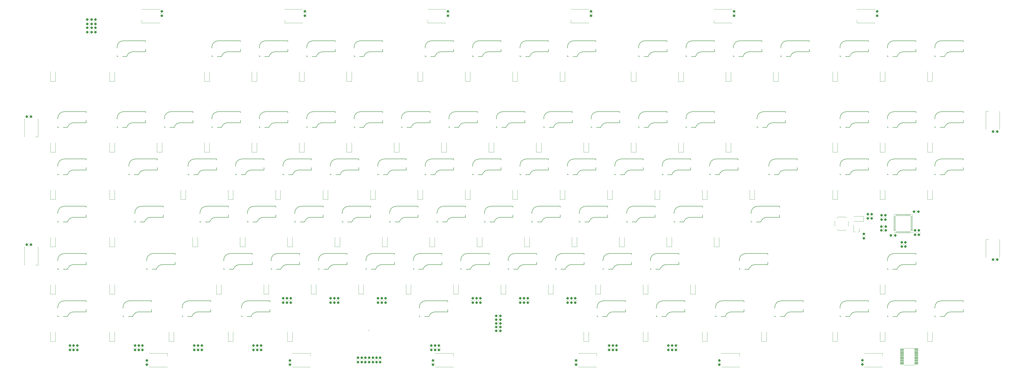
<source format=gbr>
%TF.GenerationSoftware,KiCad,Pcbnew,(6.0.4)*%
%TF.CreationDate,2022-07-07T12:58:29-04:00*%
%TF.ProjectId,Uranium,5572616e-6975-46d2-9e6b-696361645f70,rev?*%
%TF.SameCoordinates,Original*%
%TF.FileFunction,Legend,Bot*%
%TF.FilePolarity,Positive*%
%FSLAX46Y46*%
G04 Gerber Fmt 4.6, Leading zero omitted, Abs format (unit mm)*
G04 Created by KiCad (PCBNEW (6.0.4)) date 2022-07-07 12:58:29*
%MOMM*%
%LPD*%
G01*
G04 APERTURE LIST*
G04 Aperture macros list*
%AMRoundRect*
0 Rectangle with rounded corners*
0 $1 Rounding radius*
0 $2 $3 $4 $5 $6 $7 $8 $9 X,Y pos of 4 corners*
0 Add a 4 corners polygon primitive as box body*
4,1,4,$2,$3,$4,$5,$6,$7,$8,$9,$2,$3,0*
0 Add four circle primitives for the rounded corners*
1,1,$1+$1,$2,$3*
1,1,$1+$1,$4,$5*
1,1,$1+$1,$6,$7*
1,1,$1+$1,$8,$9*
0 Add four rect primitives between the rounded corners*
20,1,$1+$1,$2,$3,$4,$5,0*
20,1,$1+$1,$4,$5,$6,$7,0*
20,1,$1+$1,$6,$7,$8,$9,0*
20,1,$1+$1,$8,$9,$2,$3,0*%
%AMRotRect*
0 Rectangle, with rotation*
0 The origin of the aperture is its center*
0 $1 length*
0 $2 width*
0 $3 Rotation angle, in degrees counterclockwise*
0 Add horizontal line*
21,1,$1,$2,0,0,$3*%
G04 Aperture macros list end*
%ADD10C,0.150000*%
%ADD11C,0.120000*%
%ADD12C,0.200000*%
%ADD13C,3.000000*%
%ADD14C,1.701800*%
%ADD15C,3.987800*%
%ADD16R,2.550000X2.500000*%
%ADD17C,3.048000*%
%ADD18C,3.600000*%
%ADD19C,5.500000*%
%ADD20R,1.700000X1.700000*%
%ADD21O,1.700000X1.700000*%
%ADD22R,2.000000X2.000000*%
%ADD23C,2.000000*%
%ADD24R,3.200000X2.000000*%
%ADD25C,0.650000*%
%ADD26O,1.000000X1.600000*%
%ADD27O,1.000000X2.100000*%
%ADD28R,1.100000X1.100000*%
%ADD29RoundRect,0.237500X-0.237500X0.287500X-0.237500X-0.287500X0.237500X-0.287500X0.237500X0.287500X0*%
%ADD30RoundRect,0.237500X-0.287500X-0.237500X0.287500X-0.237500X0.287500X0.237500X-0.287500X0.237500X0*%
%ADD31RoundRect,0.237500X0.237500X-0.287500X0.237500X0.287500X-0.237500X0.287500X-0.237500X-0.287500X0*%
%ADD32R,1.500000X1.000000*%
%ADD33RoundRect,0.237500X0.287500X0.237500X-0.287500X0.237500X-0.287500X-0.237500X0.287500X-0.237500X0*%
%ADD34RoundRect,0.100000X0.637500X0.100000X-0.637500X0.100000X-0.637500X-0.100000X0.637500X-0.100000X0*%
%ADD35R,1.000000X1.500000*%
%ADD36RotRect,0.200000X0.850000X45.000000*%
%ADD37RotRect,0.200000X0.850000X135.000000*%
%ADD38RotRect,5.550000X5.550000X135.000000*%
%ADD39R,1.800000X1.100000*%
%ADD40RoundRect,0.062500X-0.375000X-0.062500X0.375000X-0.062500X0.375000X0.062500X-0.375000X0.062500X0*%
%ADD41RoundRect,0.062500X-0.062500X-0.375000X0.062500X-0.375000X0.062500X0.375000X-0.062500X0.375000X0*%
%ADD42R,5.600000X5.600000*%
%ADD43R,0.450000X1.500000*%
G04 APERTURE END LIST*
D10*
%TO.C,K62*%
X462915000Y-207327500D02*
X471805000Y-207327500D01*
X460756000Y-213677500D02*
X460375000Y-213677500D01*
X464260838Y-213677500D02*
X462534000Y-213677500D01*
X471805000Y-211772500D02*
X466725000Y-211772500D01*
X460375000Y-213296500D02*
X460375000Y-213677500D01*
X471805000Y-207327500D02*
X471805000Y-207708500D01*
X471805000Y-210756500D02*
X471805000Y-211772500D01*
X460375000Y-209867500D02*
X460375000Y-210248500D01*
X462915000Y-207327500D02*
G75*
G03*
X460375000Y-209867500I1J-2540001D01*
G01*
X466725000Y-211772499D02*
G75*
G03*
X464260838Y-213696460I0J-2540000D01*
G01*
%TO.C,K83*%
X331311250Y-245427500D02*
X331311250Y-245808500D01*
X322421250Y-245427500D02*
X331311250Y-245427500D01*
X320262250Y-251777500D02*
X319881250Y-251777500D01*
X319881250Y-251396500D02*
X319881250Y-251777500D01*
X319881250Y-247967500D02*
X319881250Y-248348500D01*
X323767088Y-251777500D02*
X322040250Y-251777500D01*
X331311250Y-249872500D02*
X326231250Y-249872500D01*
X331311250Y-248856500D02*
X331311250Y-249872500D01*
X322421250Y-245427500D02*
G75*
G03*
X319881250Y-247967500I1J-2540001D01*
G01*
X326231250Y-249872499D02*
G75*
G03*
X323767088Y-251796460I0J-2540000D01*
G01*
%TO.C,K42*%
X428942500Y-192722500D02*
X423862500Y-192722500D01*
X417893500Y-194627500D02*
X417512500Y-194627500D01*
X417512500Y-190817500D02*
X417512500Y-191198500D01*
X428942500Y-188277500D02*
X428942500Y-188658500D01*
X428942500Y-191706500D02*
X428942500Y-192722500D01*
X421398338Y-194627500D02*
X419671500Y-194627500D01*
X420052500Y-188277500D02*
X428942500Y-188277500D01*
X417512500Y-194246500D02*
X417512500Y-194627500D01*
X423862500Y-192722499D02*
G75*
G03*
X421398338Y-194646460I0J-2540000D01*
G01*
X420052500Y-188277500D02*
G75*
G03*
X417512500Y-190817500I1J-2540001D01*
G01*
%TO.C,K81*%
X281305000Y-248856500D02*
X281305000Y-249872500D01*
X281305000Y-245427500D02*
X281305000Y-245808500D01*
X270256000Y-251777500D02*
X269875000Y-251777500D01*
X269875000Y-247967500D02*
X269875000Y-248348500D01*
X272415000Y-245427500D02*
X281305000Y-245427500D01*
X281305000Y-249872500D02*
X276225000Y-249872500D01*
X273760838Y-251777500D02*
X272034000Y-251777500D01*
X269875000Y-251396500D02*
X269875000Y-251777500D01*
X276225000Y-249872499D02*
G75*
G03*
X273760838Y-251796460I0J-2540000D01*
G01*
X272415000Y-245427500D02*
G75*
G03*
X269875000Y-247967500I1J-2540001D01*
G01*
%TO.C,K2*%
X331787500Y-146621500D02*
X331787500Y-147002500D01*
X334327500Y-140652500D02*
X343217500Y-140652500D01*
X335673338Y-147002500D02*
X333946500Y-147002500D01*
X343217500Y-140652500D02*
X343217500Y-141033500D01*
X331787500Y-143192500D02*
X331787500Y-143573500D01*
X343217500Y-144081500D02*
X343217500Y-145097500D01*
X332168500Y-147002500D02*
X331787500Y-147002500D01*
X343217500Y-145097500D02*
X338137500Y-145097500D01*
X334327500Y-140652500D02*
G75*
G03*
X331787500Y-143192500I1J-2540001D01*
G01*
X338137500Y-145097499D02*
G75*
G03*
X335673338Y-147021460I0J-2540000D01*
G01*
%TO.C,K71*%
X374650000Y-232346500D02*
X374650000Y-232727500D01*
X375031000Y-232727500D02*
X374650000Y-232727500D01*
X386080000Y-230822500D02*
X381000000Y-230822500D01*
X378535838Y-232727500D02*
X376809000Y-232727500D01*
X386080000Y-229806500D02*
X386080000Y-230822500D01*
X377190000Y-226377500D02*
X386080000Y-226377500D01*
X374650000Y-228917500D02*
X374650000Y-229298500D01*
X386080000Y-226377500D02*
X386080000Y-226758500D01*
X381000000Y-230822499D02*
G75*
G03*
X378535838Y-232746460I0J-2540000D01*
G01*
X377190000Y-226377500D02*
G75*
G03*
X374650000Y-228917500I1J-2540001D01*
G01*
%TO.C,K31*%
X550862500Y-171767500D02*
X550862500Y-172148500D01*
X562292500Y-172656500D02*
X562292500Y-173672500D01*
X550862500Y-175196500D02*
X550862500Y-175577500D01*
X562292500Y-173672500D02*
X557212500Y-173672500D01*
X562292500Y-169227500D02*
X562292500Y-169608500D01*
X553402500Y-169227500D02*
X562292500Y-169227500D01*
X554748338Y-175577500D02*
X553021500Y-175577500D01*
X551243500Y-175577500D02*
X550862500Y-175577500D01*
X553402500Y-169227500D02*
G75*
G03*
X550862500Y-171767500I1J-2540001D01*
G01*
X557212500Y-173672499D02*
G75*
G03*
X554748338Y-175596460I0J-2540000D01*
G01*
%TO.C,K3*%
X362267500Y-140652500D02*
X362267500Y-141033500D01*
X350837500Y-146621500D02*
X350837500Y-147002500D01*
X362267500Y-144081500D02*
X362267500Y-145097500D01*
X362267500Y-145097500D02*
X357187500Y-145097500D01*
X353377500Y-140652500D02*
X362267500Y-140652500D01*
X354723338Y-147002500D02*
X352996500Y-147002500D01*
X351218500Y-147002500D02*
X350837500Y-147002500D01*
X350837500Y-143192500D02*
X350837500Y-143573500D01*
X357187500Y-145097499D02*
G75*
G03*
X354723338Y-147021460I0J-2540000D01*
G01*
X353377500Y-140652500D02*
G75*
G03*
X350837500Y-143192500I1J-2540001D01*
G01*
%TO.C,K12*%
X541337500Y-143192500D02*
X541337500Y-143573500D01*
X541337500Y-146621500D02*
X541337500Y-147002500D01*
X552767500Y-140652500D02*
X552767500Y-141033500D01*
X552767500Y-144081500D02*
X552767500Y-145097500D01*
X543877500Y-140652500D02*
X552767500Y-140652500D01*
X545223338Y-147002500D02*
X543496500Y-147002500D01*
X552767500Y-145097500D02*
X547687500Y-145097500D01*
X541718500Y-147002500D02*
X541337500Y-147002500D01*
X547687500Y-145097499D02*
G75*
G03*
X545223338Y-147021460I0J-2540000D01*
G01*
X543877500Y-140652500D02*
G75*
G03*
X541337500Y-143192500I1J-2540001D01*
G01*
%TO.C,K45*%
X474662500Y-194246500D02*
X474662500Y-194627500D01*
X486092500Y-191706500D02*
X486092500Y-192722500D01*
X478548338Y-194627500D02*
X476821500Y-194627500D01*
X486092500Y-192722500D02*
X481012500Y-192722500D01*
X486092500Y-188277500D02*
X486092500Y-188658500D01*
X475043500Y-194627500D02*
X474662500Y-194627500D01*
X474662500Y-190817500D02*
X474662500Y-191198500D01*
X477202500Y-188277500D02*
X486092500Y-188277500D01*
X477202500Y-188277500D02*
G75*
G03*
X474662500Y-190817500I1J-2540001D01*
G01*
X481012500Y-192722499D02*
G75*
G03*
X478548338Y-194646460I0J-2540000D01*
G01*
%TO.C,K41*%
X398843500Y-194627500D02*
X398462500Y-194627500D01*
X398462500Y-190817500D02*
X398462500Y-191198500D01*
X409892500Y-191706500D02*
X409892500Y-192722500D01*
X409892500Y-188277500D02*
X409892500Y-188658500D01*
X409892500Y-192722500D02*
X404812500Y-192722500D01*
X401002500Y-188277500D02*
X409892500Y-188277500D01*
X398462500Y-194246500D02*
X398462500Y-194627500D01*
X402348338Y-194627500D02*
X400621500Y-194627500D01*
X404812500Y-192722499D02*
G75*
G03*
X402348338Y-194646460I0J-2540000D01*
G01*
X401002500Y-188277500D02*
G75*
G03*
X398462500Y-190817500I1J-2540001D01*
G01*
%TO.C,K28*%
X486727500Y-169227500D02*
X495617500Y-169227500D01*
X495617500Y-172656500D02*
X495617500Y-173672500D01*
X488073338Y-175577500D02*
X486346500Y-175577500D01*
X495617500Y-169227500D02*
X495617500Y-169608500D01*
X484187500Y-171767500D02*
X484187500Y-172148500D01*
X484187500Y-175196500D02*
X484187500Y-175577500D01*
X484568500Y-175577500D02*
X484187500Y-175577500D01*
X495617500Y-173672500D02*
X490537500Y-173672500D01*
X486727500Y-169227500D02*
G75*
G03*
X484187500Y-171767500I1J-2540001D01*
G01*
X490537500Y-173672499D02*
G75*
G03*
X488073338Y-175596460I0J-2540000D01*
G01*
%TO.C,K44*%
X467042500Y-191706500D02*
X467042500Y-192722500D01*
X467042500Y-192722500D02*
X461962500Y-192722500D01*
X467042500Y-188277500D02*
X467042500Y-188658500D01*
X458152500Y-188277500D02*
X467042500Y-188277500D01*
X455612500Y-190817500D02*
X455612500Y-191198500D01*
X455993500Y-194627500D02*
X455612500Y-194627500D01*
X459498338Y-194627500D02*
X457771500Y-194627500D01*
X455612500Y-194246500D02*
X455612500Y-194627500D01*
X458152500Y-188277500D02*
G75*
G03*
X455612500Y-190817500I1J-2540001D01*
G01*
X461962500Y-192722499D02*
G75*
G03*
X459498338Y-194646460I0J-2540000D01*
G01*
%TO.C,K4*%
X372427500Y-140652500D02*
X381317500Y-140652500D01*
X381317500Y-140652500D02*
X381317500Y-141033500D01*
X369887500Y-143192500D02*
X369887500Y-143573500D01*
X373773338Y-147002500D02*
X372046500Y-147002500D01*
X381317500Y-145097500D02*
X376237500Y-145097500D01*
X370268500Y-147002500D02*
X369887500Y-147002500D01*
X369887500Y-146621500D02*
X369887500Y-147002500D01*
X381317500Y-144081500D02*
X381317500Y-145097500D01*
X376237500Y-145097499D02*
G75*
G03*
X373773338Y-147021460I0J-2540000D01*
G01*
X372427500Y-140652500D02*
G75*
G03*
X369887500Y-143192500I1J-2540001D01*
G01*
%TO.C,K74*%
X435685838Y-232727500D02*
X433959000Y-232727500D01*
X431800000Y-228917500D02*
X431800000Y-229298500D01*
X443230000Y-226377500D02*
X443230000Y-226758500D01*
X443230000Y-229806500D02*
X443230000Y-230822500D01*
X431800000Y-232346500D02*
X431800000Y-232727500D01*
X432181000Y-232727500D02*
X431800000Y-232727500D01*
X443230000Y-230822500D02*
X438150000Y-230822500D01*
X434340000Y-226377500D02*
X443230000Y-226377500D01*
X434340000Y-226377500D02*
G75*
G03*
X431800000Y-228917500I1J-2540001D01*
G01*
X438150000Y-230822499D02*
G75*
G03*
X435685838Y-232746460I0J-2540000D01*
G01*
%TO.C,K9*%
X486092500Y-145097500D02*
X481012500Y-145097500D01*
X486092500Y-140652500D02*
X486092500Y-141033500D01*
X477202500Y-140652500D02*
X486092500Y-140652500D01*
X475043500Y-147002500D02*
X474662500Y-147002500D01*
X486092500Y-144081500D02*
X486092500Y-145097500D01*
X478548338Y-147002500D02*
X476821500Y-147002500D01*
X474662500Y-146621500D02*
X474662500Y-147002500D01*
X474662500Y-143192500D02*
X474662500Y-143573500D01*
X481012500Y-145097499D02*
G75*
G03*
X478548338Y-147021460I0J-2540000D01*
G01*
X477202500Y-140652500D02*
G75*
G03*
X474662500Y-143192500I1J-2540001D01*
G01*
%TO.C,K90*%
X595630000Y-249872500D02*
X590550000Y-249872500D01*
X588085838Y-251777500D02*
X586359000Y-251777500D01*
X586740000Y-245427500D02*
X595630000Y-245427500D01*
X595630000Y-248856500D02*
X595630000Y-249872500D01*
X584200000Y-247967500D02*
X584200000Y-248348500D01*
X595630000Y-245427500D02*
X595630000Y-245808500D01*
X584200000Y-251396500D02*
X584200000Y-251777500D01*
X584581000Y-251777500D02*
X584200000Y-251777500D01*
X586740000Y-245427500D02*
G75*
G03*
X584200000Y-247967500I1J-2540001D01*
G01*
X590550000Y-249872499D02*
G75*
G03*
X588085838Y-251796460I0J-2540000D01*
G01*
%TO.C,K36*%
X302335838Y-194627500D02*
X300609000Y-194627500D01*
X300990000Y-188277500D02*
X309880000Y-188277500D01*
X309880000Y-188277500D02*
X309880000Y-188658500D01*
X298450000Y-190817500D02*
X298450000Y-191198500D01*
X298450000Y-194246500D02*
X298450000Y-194627500D01*
X309880000Y-192722500D02*
X304800000Y-192722500D01*
X298831000Y-194627500D02*
X298450000Y-194627500D01*
X309880000Y-191706500D02*
X309880000Y-192722500D01*
X304800000Y-192722499D02*
G75*
G03*
X302335838Y-194646460I0J-2540000D01*
G01*
X300990000Y-188277500D02*
G75*
G03*
X298450000Y-190817500I1J-2540001D01*
G01*
%TO.C,K49*%
X567055000Y-192722500D02*
X561975000Y-192722500D01*
X556006000Y-194627500D02*
X555625000Y-194627500D01*
X567055000Y-188277500D02*
X567055000Y-188658500D01*
X559510838Y-194627500D02*
X557784000Y-194627500D01*
X555625000Y-190817500D02*
X555625000Y-191198500D01*
X567055000Y-191706500D02*
X567055000Y-192722500D01*
X555625000Y-194246500D02*
X555625000Y-194627500D01*
X558165000Y-188277500D02*
X567055000Y-188277500D01*
X561975000Y-192722499D02*
G75*
G03*
X559510838Y-194646460I0J-2540000D01*
G01*
X558165000Y-188277500D02*
G75*
G03*
X555625000Y-190817500I1J-2540001D01*
G01*
%TO.C,K6*%
X417512500Y-146621500D02*
X417512500Y-147002500D01*
X420052500Y-140652500D02*
X428942500Y-140652500D01*
X417893500Y-147002500D02*
X417512500Y-147002500D01*
X428942500Y-140652500D02*
X428942500Y-141033500D01*
X428942500Y-144081500D02*
X428942500Y-145097500D01*
X417512500Y-143192500D02*
X417512500Y-143573500D01*
X428942500Y-145097500D02*
X423862500Y-145097500D01*
X421398338Y-147002500D02*
X419671500Y-147002500D01*
X423862500Y-145097499D02*
G75*
G03*
X421398338Y-147021460I0J-2540000D01*
G01*
X420052500Y-140652500D02*
G75*
G03*
X417512500Y-143192500I1J-2540001D01*
G01*
%TO.C,K19*%
X324167500Y-172656500D02*
X324167500Y-173672500D01*
X324167500Y-173672500D02*
X319087500Y-173672500D01*
X312737500Y-175196500D02*
X312737500Y-175577500D01*
X316623338Y-175577500D02*
X314896500Y-175577500D01*
X315277500Y-169227500D02*
X324167500Y-169227500D01*
X324167500Y-169227500D02*
X324167500Y-169608500D01*
X313118500Y-175577500D02*
X312737500Y-175577500D01*
X312737500Y-171767500D02*
X312737500Y-172148500D01*
X319087500Y-173672499D02*
G75*
G03*
X316623338Y-175596460I0J-2540000D01*
G01*
X315277500Y-169227500D02*
G75*
G03*
X312737500Y-171767500I1J-2540001D01*
G01*
%TO.C,K87*%
X521811250Y-245427500D02*
X521811250Y-245808500D01*
X510381250Y-251396500D02*
X510381250Y-251777500D01*
X510762250Y-251777500D02*
X510381250Y-251777500D01*
X521811250Y-248856500D02*
X521811250Y-249872500D01*
X510381250Y-247967500D02*
X510381250Y-248348500D01*
X514267088Y-251777500D02*
X512540250Y-251777500D01*
X512921250Y-245427500D02*
X521811250Y-245427500D01*
X521811250Y-249872500D02*
X516731250Y-249872500D01*
X516731250Y-249872499D02*
G75*
G03*
X514267088Y-251796460I0J-2540000D01*
G01*
X512921250Y-245427500D02*
G75*
G03*
X510381250Y-247967500I1J-2540001D01*
G01*
%TO.C,K80*%
X614680000Y-230822500D02*
X609600000Y-230822500D01*
X614680000Y-226377500D02*
X614680000Y-226758500D01*
X607135838Y-232727500D02*
X605409000Y-232727500D01*
X603250000Y-232346500D02*
X603250000Y-232727500D01*
X603250000Y-228917500D02*
X603250000Y-229298500D01*
X605790000Y-226377500D02*
X614680000Y-226377500D01*
X603631000Y-232727500D02*
X603250000Y-232727500D01*
X614680000Y-229806500D02*
X614680000Y-230822500D01*
X609600000Y-230822499D02*
G75*
G03*
X607135838Y-232746460I0J-2540000D01*
G01*
X605790000Y-226377500D02*
G75*
G03*
X603250000Y-228917500I1J-2540001D01*
G01*
%TO.C,K47*%
X515302500Y-188277500D02*
X524192500Y-188277500D01*
X516648338Y-194627500D02*
X514921500Y-194627500D01*
X513143500Y-194627500D02*
X512762500Y-194627500D01*
X512762500Y-194246500D02*
X512762500Y-194627500D01*
X524192500Y-192722500D02*
X519112500Y-192722500D01*
X524192500Y-188277500D02*
X524192500Y-188658500D01*
X512762500Y-190817500D02*
X512762500Y-191198500D01*
X524192500Y-191706500D02*
X524192500Y-192722500D01*
X519112500Y-192722499D02*
G75*
G03*
X516648338Y-194646460I0J-2540000D01*
G01*
X515302500Y-188277500D02*
G75*
G03*
X512762500Y-190817500I1J-2540001D01*
G01*
%TO.C,K14*%
X588085838Y-147002500D02*
X586359000Y-147002500D01*
X584200000Y-143192500D02*
X584200000Y-143573500D01*
X584200000Y-146621500D02*
X584200000Y-147002500D01*
X586740000Y-140652500D02*
X595630000Y-140652500D01*
X595630000Y-145097500D02*
X590550000Y-145097500D01*
X584581000Y-147002500D02*
X584200000Y-147002500D01*
X595630000Y-144081500D02*
X595630000Y-145097500D01*
X595630000Y-140652500D02*
X595630000Y-141033500D01*
X590550000Y-145097499D02*
G75*
G03*
X588085838Y-147021460I0J-2540000D01*
G01*
X586740000Y-140652500D02*
G75*
G03*
X584200000Y-143192500I1J-2540001D01*
G01*
%TO.C,K66*%
X552367088Y-213677500D02*
X550640250Y-213677500D01*
X551021250Y-207327500D02*
X559911250Y-207327500D01*
X548481250Y-213296500D02*
X548481250Y-213677500D01*
X559911250Y-211772500D02*
X554831250Y-211772500D01*
X548481250Y-209867500D02*
X548481250Y-210248500D01*
X548862250Y-213677500D02*
X548481250Y-213677500D01*
X559911250Y-207327500D02*
X559911250Y-207708500D01*
X559911250Y-210756500D02*
X559911250Y-211772500D01*
X554831250Y-211772499D02*
G75*
G03*
X552367088Y-213696460I0J-2540000D01*
G01*
X551021250Y-207327500D02*
G75*
G03*
X548481250Y-209867500I1J-2540001D01*
G01*
%TO.C,K91*%
X607135838Y-251777500D02*
X605409000Y-251777500D01*
X614680000Y-249872500D02*
X609600000Y-249872500D01*
X603631000Y-251777500D02*
X603250000Y-251777500D01*
X603250000Y-251396500D02*
X603250000Y-251777500D01*
X614680000Y-245427500D02*
X614680000Y-245808500D01*
X614680000Y-248856500D02*
X614680000Y-249872500D01*
X605790000Y-245427500D02*
X614680000Y-245427500D01*
X603250000Y-247967500D02*
X603250000Y-248348500D01*
X609600000Y-249872499D02*
G75*
G03*
X607135838Y-251796460I0J-2540000D01*
G01*
X605790000Y-245427500D02*
G75*
G03*
X603250000Y-247967500I1J-2540001D01*
G01*
%TO.C,K56*%
X357505000Y-207327500D02*
X357505000Y-207708500D01*
X348615000Y-207327500D02*
X357505000Y-207327500D01*
X346075000Y-209867500D02*
X346075000Y-210248500D01*
X357505000Y-210756500D02*
X357505000Y-211772500D01*
X346075000Y-213296500D02*
X346075000Y-213677500D01*
X357505000Y-211772500D02*
X352425000Y-211772500D01*
X349960838Y-213677500D02*
X348234000Y-213677500D01*
X346456000Y-213677500D02*
X346075000Y-213677500D01*
X348615000Y-207327500D02*
G75*
G03*
X346075000Y-209867500I1J-2540001D01*
G01*
X352425000Y-211772499D02*
G75*
G03*
X349960838Y-213696460I0J-2540000D01*
G01*
%TO.C,K78*%
X508000000Y-232346500D02*
X508000000Y-232727500D01*
X511885838Y-232727500D02*
X510159000Y-232727500D01*
X519430000Y-229806500D02*
X519430000Y-230822500D01*
X519430000Y-230822500D02*
X514350000Y-230822500D01*
X508000000Y-228917500D02*
X508000000Y-229298500D01*
X508381000Y-232727500D02*
X508000000Y-232727500D01*
X519430000Y-226377500D02*
X519430000Y-226758500D01*
X510540000Y-226377500D02*
X519430000Y-226377500D01*
X510540000Y-226377500D02*
G75*
G03*
X508000000Y-228917500I1J-2540001D01*
G01*
X514350000Y-230822499D02*
G75*
G03*
X511885838Y-232746460I0J-2540000D01*
G01*
%TO.C,K54*%
X312261250Y-210756500D02*
X312261250Y-211772500D01*
X300831250Y-209867500D02*
X300831250Y-210248500D01*
X312261250Y-211772500D02*
X307181250Y-211772500D01*
X301212250Y-213677500D02*
X300831250Y-213677500D01*
X300831250Y-213296500D02*
X300831250Y-213677500D01*
X303371250Y-207327500D02*
X312261250Y-207327500D01*
X304717088Y-213677500D02*
X302990250Y-213677500D01*
X312261250Y-207327500D02*
X312261250Y-207708500D01*
X307181250Y-211772499D02*
G75*
G03*
X304717088Y-213696460I0J-2540000D01*
G01*
X303371250Y-207327500D02*
G75*
G03*
X300831250Y-209867500I1J-2540001D01*
G01*
%TO.C,K67*%
X272415000Y-226377500D02*
X281305000Y-226377500D01*
X281305000Y-229806500D02*
X281305000Y-230822500D01*
X269875000Y-228917500D02*
X269875000Y-229298500D01*
X269875000Y-232346500D02*
X269875000Y-232727500D01*
X273760838Y-232727500D02*
X272034000Y-232727500D01*
X281305000Y-230822500D02*
X276225000Y-230822500D01*
X281305000Y-226377500D02*
X281305000Y-226758500D01*
X270256000Y-232727500D02*
X269875000Y-232727500D01*
X272415000Y-226377500D02*
G75*
G03*
X269875000Y-228917500I1J-2540001D01*
G01*
X276225000Y-230822499D02*
G75*
G03*
X273760838Y-232746460I0J-2540000D01*
G01*
%TO.C,K15*%
X603250000Y-146621500D02*
X603250000Y-147002500D01*
X614680000Y-145097500D02*
X609600000Y-145097500D01*
X614680000Y-140652500D02*
X614680000Y-141033500D01*
X605790000Y-140652500D02*
X614680000Y-140652500D01*
X603631000Y-147002500D02*
X603250000Y-147002500D01*
X607135838Y-147002500D02*
X605409000Y-147002500D01*
X614680000Y-144081500D02*
X614680000Y-145097500D01*
X603250000Y-143192500D02*
X603250000Y-143573500D01*
X609600000Y-145097499D02*
G75*
G03*
X607135838Y-147021460I0J-2540000D01*
G01*
X605790000Y-140652500D02*
G75*
G03*
X603250000Y-143192500I1J-2540001D01*
G01*
%TO.C,K38*%
X343852500Y-188277500D02*
X352742500Y-188277500D01*
X341312500Y-190817500D02*
X341312500Y-191198500D01*
X341312500Y-194246500D02*
X341312500Y-194627500D01*
X352742500Y-192722500D02*
X347662500Y-192722500D01*
X345198338Y-194627500D02*
X343471500Y-194627500D01*
X341693500Y-194627500D02*
X341312500Y-194627500D01*
X352742500Y-191706500D02*
X352742500Y-192722500D01*
X352742500Y-188277500D02*
X352742500Y-188658500D01*
X343852500Y-188277500D02*
G75*
G03*
X341312500Y-190817500I1J-2540001D01*
G01*
X347662500Y-192722499D02*
G75*
G03*
X345198338Y-194646460I0J-2540000D01*
G01*
%TO.C,K69*%
X347980000Y-226377500D02*
X347980000Y-226758500D01*
X347980000Y-230822500D02*
X342900000Y-230822500D01*
X336550000Y-228917500D02*
X336550000Y-229298500D01*
X336931000Y-232727500D02*
X336550000Y-232727500D01*
X339090000Y-226377500D02*
X347980000Y-226377500D01*
X340435838Y-232727500D02*
X338709000Y-232727500D01*
X336550000Y-232346500D02*
X336550000Y-232727500D01*
X347980000Y-229806500D02*
X347980000Y-230822500D01*
X339090000Y-226377500D02*
G75*
G03*
X336550000Y-228917500I1J-2540001D01*
G01*
X342900000Y-230822499D02*
G75*
G03*
X340435838Y-232746460I0J-2540000D01*
G01*
%TO.C,K51*%
X603250000Y-194246500D02*
X603250000Y-194627500D01*
X614680000Y-191706500D02*
X614680000Y-192722500D01*
X603631000Y-194627500D02*
X603250000Y-194627500D01*
X605790000Y-188277500D02*
X614680000Y-188277500D01*
X614680000Y-188277500D02*
X614680000Y-188658500D01*
X607135838Y-194627500D02*
X605409000Y-194627500D01*
X603250000Y-190817500D02*
X603250000Y-191198500D01*
X614680000Y-192722500D02*
X609600000Y-192722500D01*
X605790000Y-188277500D02*
G75*
G03*
X603250000Y-190817500I1J-2540001D01*
G01*
X609600000Y-192722499D02*
G75*
G03*
X607135838Y-194646460I0J-2540000D01*
G01*
%TO.C,K29*%
X514667500Y-172656500D02*
X514667500Y-173672500D01*
X507123338Y-175577500D02*
X505396500Y-175577500D01*
X503618500Y-175577500D02*
X503237500Y-175577500D01*
X514667500Y-169227500D02*
X514667500Y-169608500D01*
X503237500Y-175196500D02*
X503237500Y-175577500D01*
X503237500Y-171767500D02*
X503237500Y-172148500D01*
X514667500Y-173672500D02*
X509587500Y-173672500D01*
X505777500Y-169227500D02*
X514667500Y-169227500D01*
X505777500Y-169227500D02*
G75*
G03*
X503237500Y-171767500I1J-2540001D01*
G01*
X509587500Y-173672499D02*
G75*
G03*
X507123338Y-175596460I0J-2540000D01*
G01*
%TO.C,K23*%
X388937500Y-171767500D02*
X388937500Y-172148500D01*
X392823338Y-175577500D02*
X391096500Y-175577500D01*
X389318500Y-175577500D02*
X388937500Y-175577500D01*
X391477500Y-169227500D02*
X400367500Y-169227500D01*
X388937500Y-175196500D02*
X388937500Y-175577500D01*
X400367500Y-173672500D02*
X395287500Y-173672500D01*
X400367500Y-172656500D02*
X400367500Y-173672500D01*
X400367500Y-169227500D02*
X400367500Y-169608500D01*
X395287500Y-173672499D02*
G75*
G03*
X392823338Y-175596460I0J-2540000D01*
G01*
X391477500Y-169227500D02*
G75*
G03*
X388937500Y-171767500I1J-2540001D01*
G01*
%TO.C,K55*%
X330910838Y-213677500D02*
X329184000Y-213677500D01*
X338455000Y-210756500D02*
X338455000Y-211772500D01*
X327406000Y-213677500D02*
X327025000Y-213677500D01*
X327025000Y-209867500D02*
X327025000Y-210248500D01*
X327025000Y-213296500D02*
X327025000Y-213677500D01*
X338455000Y-207327500D02*
X338455000Y-207708500D01*
X329565000Y-207327500D02*
X338455000Y-207327500D01*
X338455000Y-211772500D02*
X333375000Y-211772500D01*
X333375000Y-211772499D02*
G75*
G03*
X330910838Y-213696460I0J-2540000D01*
G01*
X329565000Y-207327500D02*
G75*
G03*
X327025000Y-209867500I1J-2540001D01*
G01*
%TO.C,K70*%
X355600000Y-228917500D02*
X355600000Y-229298500D01*
X355981000Y-232727500D02*
X355600000Y-232727500D01*
X367030000Y-229806500D02*
X367030000Y-230822500D01*
X359485838Y-232727500D02*
X357759000Y-232727500D01*
X355600000Y-232346500D02*
X355600000Y-232727500D01*
X367030000Y-230822500D02*
X361950000Y-230822500D01*
X367030000Y-226377500D02*
X367030000Y-226758500D01*
X358140000Y-226377500D02*
X367030000Y-226377500D01*
X358140000Y-226377500D02*
G75*
G03*
X355600000Y-228917500I1J-2540001D01*
G01*
X361950000Y-230822499D02*
G75*
G03*
X359485838Y-232746460I0J-2540000D01*
G01*
%TO.C,K68*%
X317023750Y-229806500D02*
X317023750Y-230822500D01*
X305593750Y-228917500D02*
X305593750Y-229298500D01*
X305593750Y-232346500D02*
X305593750Y-232727500D01*
X317023750Y-226377500D02*
X317023750Y-226758500D01*
X305974750Y-232727500D02*
X305593750Y-232727500D01*
X309479588Y-232727500D02*
X307752750Y-232727500D01*
X308133750Y-226377500D02*
X317023750Y-226377500D01*
X317023750Y-230822500D02*
X311943750Y-230822500D01*
X308133750Y-226377500D02*
G75*
G03*
X305593750Y-228917500I1J-2540001D01*
G01*
X311943750Y-230822499D02*
G75*
G03*
X309479588Y-232746460I0J-2540000D01*
G01*
%TO.C,K8*%
X458152500Y-140652500D02*
X467042500Y-140652500D01*
X455993500Y-147002500D02*
X455612500Y-147002500D01*
X459498338Y-147002500D02*
X457771500Y-147002500D01*
X467042500Y-144081500D02*
X467042500Y-145097500D01*
X467042500Y-145097500D02*
X461962500Y-145097500D01*
X455612500Y-146621500D02*
X455612500Y-147002500D01*
X467042500Y-140652500D02*
X467042500Y-141033500D01*
X455612500Y-143192500D02*
X455612500Y-143573500D01*
X461962500Y-145097499D02*
G75*
G03*
X459498338Y-147021460I0J-2540000D01*
G01*
X458152500Y-140652500D02*
G75*
G03*
X455612500Y-143192500I1J-2540001D01*
G01*
%TO.C,K58*%
X388060838Y-213677500D02*
X386334000Y-213677500D01*
X395605000Y-210756500D02*
X395605000Y-211772500D01*
X384175000Y-213296500D02*
X384175000Y-213677500D01*
X395605000Y-207327500D02*
X395605000Y-207708500D01*
X386715000Y-207327500D02*
X395605000Y-207327500D01*
X384175000Y-209867500D02*
X384175000Y-210248500D01*
X384556000Y-213677500D02*
X384175000Y-213677500D01*
X395605000Y-211772500D02*
X390525000Y-211772500D01*
X390525000Y-211772499D02*
G75*
G03*
X388060838Y-213696460I0J-2540000D01*
G01*
X386715000Y-207327500D02*
G75*
G03*
X384175000Y-209867500I1J-2540001D01*
G01*
%TO.C,K40*%
X379793500Y-194627500D02*
X379412500Y-194627500D01*
X390842500Y-191706500D02*
X390842500Y-192722500D01*
X390842500Y-188277500D02*
X390842500Y-188658500D01*
X381952500Y-188277500D02*
X390842500Y-188277500D01*
X379412500Y-194246500D02*
X379412500Y-194627500D01*
X390842500Y-192722500D02*
X385762500Y-192722500D01*
X379412500Y-190817500D02*
X379412500Y-191198500D01*
X383298338Y-194627500D02*
X381571500Y-194627500D01*
X381952500Y-188277500D02*
G75*
G03*
X379412500Y-190817500I1J-2540001D01*
G01*
X385762500Y-192722499D02*
G75*
G03*
X383298338Y-194646460I0J-2540000D01*
G01*
%TO.C,K20*%
X331787500Y-175196500D02*
X331787500Y-175577500D01*
X331787500Y-171767500D02*
X331787500Y-172148500D01*
X343217500Y-169227500D02*
X343217500Y-169608500D01*
X343217500Y-172656500D02*
X343217500Y-173672500D01*
X335673338Y-175577500D02*
X333946500Y-175577500D01*
X332168500Y-175577500D02*
X331787500Y-175577500D01*
X343217500Y-173672500D02*
X338137500Y-173672500D01*
X334327500Y-169227500D02*
X343217500Y-169227500D01*
X334327500Y-169227500D02*
G75*
G03*
X331787500Y-171767500I1J-2540001D01*
G01*
X338137500Y-173672499D02*
G75*
G03*
X335673338Y-175596460I0J-2540000D01*
G01*
%TO.C,K1*%
X293687500Y-143192500D02*
X293687500Y-143573500D01*
X296227500Y-140652500D02*
X305117500Y-140652500D01*
X293687500Y-146621500D02*
X293687500Y-147002500D01*
X305117500Y-145097500D02*
X300037500Y-145097500D01*
X305117500Y-140652500D02*
X305117500Y-141033500D01*
X305117500Y-144081500D02*
X305117500Y-145097500D01*
X294068500Y-147002500D02*
X293687500Y-147002500D01*
X297573338Y-147002500D02*
X295846500Y-147002500D01*
X300037500Y-145097499D02*
G75*
G03*
X297573338Y-147021460I0J-2540000D01*
G01*
X296227500Y-140652500D02*
G75*
G03*
X293687500Y-143192500I1J-2540001D01*
G01*
%TO.C,K59*%
X407110838Y-213677500D02*
X405384000Y-213677500D01*
X403225000Y-213296500D02*
X403225000Y-213677500D01*
X414655000Y-207327500D02*
X414655000Y-207708500D01*
X414655000Y-211772500D02*
X409575000Y-211772500D01*
X403225000Y-209867500D02*
X403225000Y-210248500D01*
X414655000Y-210756500D02*
X414655000Y-211772500D01*
X403606000Y-213677500D02*
X403225000Y-213677500D01*
X405765000Y-207327500D02*
X414655000Y-207327500D01*
X409575000Y-211772499D02*
G75*
G03*
X407110838Y-213696460I0J-2540000D01*
G01*
X405765000Y-207327500D02*
G75*
G03*
X403225000Y-209867500I1J-2540001D01*
G01*
%TO.C,K16*%
X626185838Y-147002500D02*
X624459000Y-147002500D01*
X624840000Y-140652500D02*
X633730000Y-140652500D01*
X622300000Y-143192500D02*
X622300000Y-143573500D01*
X633730000Y-140652500D02*
X633730000Y-141033500D01*
X622681000Y-147002500D02*
X622300000Y-147002500D01*
X622300000Y-146621500D02*
X622300000Y-147002500D01*
X633730000Y-144081500D02*
X633730000Y-145097500D01*
X633730000Y-145097500D02*
X628650000Y-145097500D01*
X624840000Y-140652500D02*
G75*
G03*
X622300000Y-143192500I1J-2540001D01*
G01*
X628650000Y-145097499D02*
G75*
G03*
X626185838Y-147021460I0J-2540000D01*
G01*
%TO.C,K21*%
X362267500Y-173672500D02*
X357187500Y-173672500D01*
X350837500Y-175196500D02*
X350837500Y-175577500D01*
X353377500Y-169227500D02*
X362267500Y-169227500D01*
X362267500Y-172656500D02*
X362267500Y-173672500D01*
X362267500Y-169227500D02*
X362267500Y-169608500D01*
X350837500Y-171767500D02*
X350837500Y-172148500D01*
X354723338Y-175577500D02*
X352996500Y-175577500D01*
X351218500Y-175577500D02*
X350837500Y-175577500D01*
X357187500Y-173672499D02*
G75*
G03*
X354723338Y-175596460I0J-2540000D01*
G01*
X353377500Y-169227500D02*
G75*
G03*
X350837500Y-171767500I1J-2540001D01*
G01*
%TO.C,K25*%
X427037500Y-175196500D02*
X427037500Y-175577500D01*
X429577500Y-169227500D02*
X438467500Y-169227500D01*
X430923338Y-175577500D02*
X429196500Y-175577500D01*
X438467500Y-169227500D02*
X438467500Y-169608500D01*
X427418500Y-175577500D02*
X427037500Y-175577500D01*
X427037500Y-171767500D02*
X427037500Y-172148500D01*
X438467500Y-172656500D02*
X438467500Y-173672500D01*
X438467500Y-173672500D02*
X433387500Y-173672500D01*
X429577500Y-169227500D02*
G75*
G03*
X427037500Y-171767500I1J-2540001D01*
G01*
X433387500Y-173672499D02*
G75*
G03*
X430923338Y-175596460I0J-2540000D01*
G01*
%TO.C,K10*%
X503618500Y-147002500D02*
X503237500Y-147002500D01*
X514667500Y-145097500D02*
X509587500Y-145097500D01*
X507123338Y-147002500D02*
X505396500Y-147002500D01*
X514667500Y-140652500D02*
X514667500Y-141033500D01*
X505777500Y-140652500D02*
X514667500Y-140652500D01*
X514667500Y-144081500D02*
X514667500Y-145097500D01*
X503237500Y-143192500D02*
X503237500Y-143573500D01*
X503237500Y-146621500D02*
X503237500Y-147002500D01*
X505777500Y-140652500D02*
G75*
G03*
X503237500Y-143192500I1J-2540001D01*
G01*
X509587500Y-145097499D02*
G75*
G03*
X507123338Y-147021460I0J-2540000D01*
G01*
%TO.C,K61*%
X441325000Y-209867500D02*
X441325000Y-210248500D01*
X452755000Y-207327500D02*
X452755000Y-207708500D01*
X443865000Y-207327500D02*
X452755000Y-207327500D01*
X452755000Y-211772500D02*
X447675000Y-211772500D01*
X445210838Y-213677500D02*
X443484000Y-213677500D01*
X441325000Y-213296500D02*
X441325000Y-213677500D01*
X452755000Y-210756500D02*
X452755000Y-211772500D01*
X441706000Y-213677500D02*
X441325000Y-213677500D01*
X443865000Y-207327500D02*
G75*
G03*
X441325000Y-209867500I1J-2540001D01*
G01*
X447675000Y-211772499D02*
G75*
G03*
X445210838Y-213696460I0J-2540000D01*
G01*
%TO.C,K48*%
X543242500Y-192722500D02*
X538162500Y-192722500D01*
X543242500Y-191706500D02*
X543242500Y-192722500D01*
X543242500Y-188277500D02*
X543242500Y-188658500D01*
X532193500Y-194627500D02*
X531812500Y-194627500D01*
X535698338Y-194627500D02*
X533971500Y-194627500D01*
X534352500Y-188277500D02*
X543242500Y-188277500D01*
X531812500Y-190817500D02*
X531812500Y-191198500D01*
X531812500Y-194246500D02*
X531812500Y-194627500D01*
X538162500Y-192722499D02*
G75*
G03*
X535698338Y-194646460I0J-2540000D01*
G01*
X534352500Y-188277500D02*
G75*
G03*
X531812500Y-190817500I1J-2540001D01*
G01*
%TO.C,K7*%
X440448338Y-147002500D02*
X438721500Y-147002500D01*
X436562500Y-143192500D02*
X436562500Y-143573500D01*
X447992500Y-140652500D02*
X447992500Y-141033500D01*
X436943500Y-147002500D02*
X436562500Y-147002500D01*
X439102500Y-140652500D02*
X447992500Y-140652500D01*
X436562500Y-146621500D02*
X436562500Y-147002500D01*
X447992500Y-145097500D02*
X442912500Y-145097500D01*
X447992500Y-144081500D02*
X447992500Y-145097500D01*
X442912500Y-145097499D02*
G75*
G03*
X440448338Y-147021460I0J-2540000D01*
G01*
X439102500Y-140652500D02*
G75*
G03*
X436562500Y-143192500I1J-2540001D01*
G01*
%TO.C,K50*%
X584581000Y-194627500D02*
X584200000Y-194627500D01*
X584200000Y-190817500D02*
X584200000Y-191198500D01*
X586740000Y-188277500D02*
X595630000Y-188277500D01*
X595630000Y-188277500D02*
X595630000Y-188658500D01*
X595630000Y-192722500D02*
X590550000Y-192722500D01*
X595630000Y-191706500D02*
X595630000Y-192722500D01*
X584200000Y-194246500D02*
X584200000Y-194627500D01*
X588085838Y-194627500D02*
X586359000Y-194627500D01*
X590550000Y-192722499D02*
G75*
G03*
X588085838Y-194646460I0J-2540000D01*
G01*
X586740000Y-188277500D02*
G75*
G03*
X584200000Y-190817500I1J-2540001D01*
G01*
%TO.C,K33*%
X607135838Y-175577500D02*
X605409000Y-175577500D01*
X603250000Y-175196500D02*
X603250000Y-175577500D01*
X614680000Y-169227500D02*
X614680000Y-169608500D01*
X603250000Y-171767500D02*
X603250000Y-172148500D01*
X605790000Y-169227500D02*
X614680000Y-169227500D01*
X614680000Y-173672500D02*
X609600000Y-173672500D01*
X603631000Y-175577500D02*
X603250000Y-175577500D01*
X614680000Y-172656500D02*
X614680000Y-173672500D01*
X605790000Y-169227500D02*
G75*
G03*
X603250000Y-171767500I1J-2540001D01*
G01*
X609600000Y-173672499D02*
G75*
G03*
X607135838Y-175596460I0J-2540000D01*
G01*
%TO.C,K27*%
X476567500Y-172656500D02*
X476567500Y-173672500D01*
X476567500Y-173672500D02*
X471487500Y-173672500D01*
X465137500Y-175196500D02*
X465137500Y-175577500D01*
X465137500Y-171767500D02*
X465137500Y-172148500D01*
X467677500Y-169227500D02*
X476567500Y-169227500D01*
X476567500Y-169227500D02*
X476567500Y-169608500D01*
X469023338Y-175577500D02*
X467296500Y-175577500D01*
X465518500Y-175577500D02*
X465137500Y-175577500D01*
X467677500Y-169227500D02*
G75*
G03*
X465137500Y-171767500I1J-2540001D01*
G01*
X471487500Y-173672499D02*
G75*
G03*
X469023338Y-175596460I0J-2540000D01*
G01*
%TO.C,K77*%
X492835838Y-232727500D02*
X491109000Y-232727500D01*
X488950000Y-232346500D02*
X488950000Y-232727500D01*
X491490000Y-226377500D02*
X500380000Y-226377500D01*
X489331000Y-232727500D02*
X488950000Y-232727500D01*
X488950000Y-228917500D02*
X488950000Y-229298500D01*
X500380000Y-230822500D02*
X495300000Y-230822500D01*
X500380000Y-226377500D02*
X500380000Y-226758500D01*
X500380000Y-229806500D02*
X500380000Y-230822500D01*
X495300000Y-230822499D02*
G75*
G03*
X492835838Y-232746460I0J-2540000D01*
G01*
X491490000Y-226377500D02*
G75*
G03*
X488950000Y-228917500I1J-2540001D01*
G01*
%TO.C,K26*%
X448627500Y-169227500D02*
X457517500Y-169227500D01*
X457517500Y-173672500D02*
X452437500Y-173672500D01*
X446468500Y-175577500D02*
X446087500Y-175577500D01*
X446087500Y-171767500D02*
X446087500Y-172148500D01*
X446087500Y-175196500D02*
X446087500Y-175577500D01*
X457517500Y-172656500D02*
X457517500Y-173672500D01*
X457517500Y-169227500D02*
X457517500Y-169608500D01*
X449973338Y-175577500D02*
X448246500Y-175577500D01*
X448627500Y-169227500D02*
G75*
G03*
X446087500Y-171767500I1J-2540001D01*
G01*
X452437500Y-173672499D02*
G75*
G03*
X449973338Y-175596460I0J-2540000D01*
G01*
%TO.C,K84*%
X346233750Y-245427500D02*
X355123750Y-245427500D01*
X343693750Y-247967500D02*
X343693750Y-248348500D01*
X355123750Y-245427500D02*
X355123750Y-245808500D01*
X344074750Y-251777500D02*
X343693750Y-251777500D01*
X355123750Y-249872500D02*
X350043750Y-249872500D01*
X347579588Y-251777500D02*
X345852750Y-251777500D01*
X355123750Y-248856500D02*
X355123750Y-249872500D01*
X343693750Y-251396500D02*
X343693750Y-251777500D01*
X346233750Y-245427500D02*
G75*
G03*
X343693750Y-247967500I1J-2540001D01*
G01*
X350043750Y-249872499D02*
G75*
G03*
X347579588Y-251796460I0J-2540000D01*
G01*
%TO.C,K75*%
X462280000Y-229806500D02*
X462280000Y-230822500D01*
X462280000Y-226377500D02*
X462280000Y-226758500D01*
X450850000Y-232346500D02*
X450850000Y-232727500D01*
X450850000Y-228917500D02*
X450850000Y-229298500D01*
X451231000Y-232727500D02*
X450850000Y-232727500D01*
X454735838Y-232727500D02*
X453009000Y-232727500D01*
X462280000Y-230822500D02*
X457200000Y-230822500D01*
X453390000Y-226377500D02*
X462280000Y-226377500D01*
X457200000Y-230822499D02*
G75*
G03*
X454735838Y-232746460I0J-2540000D01*
G01*
X453390000Y-226377500D02*
G75*
G03*
X450850000Y-228917500I1J-2540001D01*
G01*
%TO.C,K18*%
X305117500Y-172656500D02*
X305117500Y-173672500D01*
X296227500Y-169227500D02*
X305117500Y-169227500D01*
X297573338Y-175577500D02*
X295846500Y-175577500D01*
X293687500Y-171767500D02*
X293687500Y-172148500D01*
X294068500Y-175577500D02*
X293687500Y-175577500D01*
X305117500Y-169227500D02*
X305117500Y-169608500D01*
X305117500Y-173672500D02*
X300037500Y-173672500D01*
X293687500Y-175196500D02*
X293687500Y-175577500D01*
X296227500Y-169227500D02*
G75*
G03*
X293687500Y-171767500I1J-2540001D01*
G01*
X300037500Y-173672499D02*
G75*
G03*
X297573338Y-175596460I0J-2540000D01*
G01*
%TO.C,K32*%
X595630000Y-169227500D02*
X595630000Y-169608500D01*
X584200000Y-171767500D02*
X584200000Y-172148500D01*
X584200000Y-175196500D02*
X584200000Y-175577500D01*
X595630000Y-173672500D02*
X590550000Y-173672500D01*
X595630000Y-172656500D02*
X595630000Y-173672500D01*
X586740000Y-169227500D02*
X595630000Y-169227500D01*
X588085838Y-175577500D02*
X586359000Y-175577500D01*
X584581000Y-175577500D02*
X584200000Y-175577500D01*
X590550000Y-173672499D02*
G75*
G03*
X588085838Y-175596460I0J-2540000D01*
G01*
X586740000Y-169227500D02*
G75*
G03*
X584200000Y-171767500I1J-2540001D01*
G01*
%TO.C,K52*%
X633730000Y-192722500D02*
X628650000Y-192722500D01*
X626185838Y-194627500D02*
X624459000Y-194627500D01*
X624840000Y-188277500D02*
X633730000Y-188277500D01*
X622300000Y-190817500D02*
X622300000Y-191198500D01*
X633730000Y-191706500D02*
X633730000Y-192722500D01*
X622681000Y-194627500D02*
X622300000Y-194627500D01*
X633730000Y-188277500D02*
X633730000Y-188658500D01*
X622300000Y-194246500D02*
X622300000Y-194627500D01*
X628650000Y-192722499D02*
G75*
G03*
X626185838Y-194646460I0J-2540000D01*
G01*
X624840000Y-188277500D02*
G75*
G03*
X622300000Y-190817500I1J-2540001D01*
G01*
%TO.C,K65*%
X528955000Y-211772500D02*
X523875000Y-211772500D01*
X521410838Y-213677500D02*
X519684000Y-213677500D01*
X517906000Y-213677500D02*
X517525000Y-213677500D01*
X528955000Y-210756500D02*
X528955000Y-211772500D01*
X520065000Y-207327500D02*
X528955000Y-207327500D01*
X528955000Y-207327500D02*
X528955000Y-207708500D01*
X517525000Y-209867500D02*
X517525000Y-210248500D01*
X517525000Y-213296500D02*
X517525000Y-213677500D01*
X523875000Y-211772499D02*
G75*
G03*
X521410838Y-213696460I0J-2540000D01*
G01*
X520065000Y-207327500D02*
G75*
G03*
X517525000Y-209867500I1J-2540001D01*
G01*
%TO.C,K43*%
X440448338Y-194627500D02*
X438721500Y-194627500D01*
X436943500Y-194627500D02*
X436562500Y-194627500D01*
X447992500Y-192722500D02*
X442912500Y-192722500D01*
X436562500Y-190817500D02*
X436562500Y-191198500D01*
X436562500Y-194246500D02*
X436562500Y-194627500D01*
X447992500Y-191706500D02*
X447992500Y-192722500D01*
X447992500Y-188277500D02*
X447992500Y-188658500D01*
X439102500Y-188277500D02*
X447992500Y-188277500D01*
X439102500Y-188277500D02*
G75*
G03*
X436562500Y-190817500I1J-2540001D01*
G01*
X442912500Y-192722499D02*
G75*
G03*
X440448338Y-194646460I0J-2540000D01*
G01*
%TO.C,K30*%
X524827500Y-169227500D02*
X533717500Y-169227500D01*
X533717500Y-169227500D02*
X533717500Y-169608500D01*
X522287500Y-175196500D02*
X522287500Y-175577500D01*
X522287500Y-171767500D02*
X522287500Y-172148500D01*
X533717500Y-172656500D02*
X533717500Y-173672500D01*
X533717500Y-173672500D02*
X528637500Y-173672500D01*
X526173338Y-175577500D02*
X524446500Y-175577500D01*
X522668500Y-175577500D02*
X522287500Y-175577500D01*
X524827500Y-169227500D02*
G75*
G03*
X522287500Y-171767500I1J-2540001D01*
G01*
X528637500Y-173672499D02*
G75*
G03*
X526173338Y-175596460I0J-2540000D01*
G01*
%TO.C,K73*%
X412750000Y-228917500D02*
X412750000Y-229298500D01*
X424180000Y-230822500D02*
X419100000Y-230822500D01*
X412750000Y-232346500D02*
X412750000Y-232727500D01*
X413131000Y-232727500D02*
X412750000Y-232727500D01*
X424180000Y-229806500D02*
X424180000Y-230822500D01*
X416635838Y-232727500D02*
X414909000Y-232727500D01*
X424180000Y-226377500D02*
X424180000Y-226758500D01*
X415290000Y-226377500D02*
X424180000Y-226377500D01*
X419100000Y-230822499D02*
G75*
G03*
X416635838Y-232746460I0J-2540000D01*
G01*
X415290000Y-226377500D02*
G75*
G03*
X412750000Y-228917500I1J-2540001D01*
G01*
%TO.C,K85*%
X415131250Y-247967500D02*
X415131250Y-248348500D01*
X415131250Y-251396500D02*
X415131250Y-251777500D01*
X426561250Y-248856500D02*
X426561250Y-249872500D01*
X419017088Y-251777500D02*
X417290250Y-251777500D01*
X417671250Y-245427500D02*
X426561250Y-245427500D01*
X415512250Y-251777500D02*
X415131250Y-251777500D01*
X426561250Y-249872500D02*
X421481250Y-249872500D01*
X426561250Y-245427500D02*
X426561250Y-245808500D01*
X421481250Y-249872499D02*
G75*
G03*
X419017088Y-251796460I0J-2540000D01*
G01*
X417671250Y-245427500D02*
G75*
G03*
X415131250Y-247967500I1J-2540001D01*
G01*
%TO.C,K63*%
X483310838Y-213677500D02*
X481584000Y-213677500D01*
X479806000Y-213677500D02*
X479425000Y-213677500D01*
X490855000Y-211772500D02*
X485775000Y-211772500D01*
X490855000Y-210756500D02*
X490855000Y-211772500D01*
X481965000Y-207327500D02*
X490855000Y-207327500D01*
X479425000Y-209867500D02*
X479425000Y-210248500D01*
X479425000Y-213296500D02*
X479425000Y-213677500D01*
X490855000Y-207327500D02*
X490855000Y-207708500D01*
X481965000Y-207327500D02*
G75*
G03*
X479425000Y-209867500I1J-2540001D01*
G01*
X485775000Y-211772499D02*
G75*
G03*
X483310838Y-213696460I0J-2540000D01*
G01*
%TO.C,K11*%
X522668500Y-147002500D02*
X522287500Y-147002500D01*
X522287500Y-143192500D02*
X522287500Y-143573500D01*
X522287500Y-146621500D02*
X522287500Y-147002500D01*
X533717500Y-144081500D02*
X533717500Y-145097500D01*
X533717500Y-140652500D02*
X533717500Y-141033500D01*
X526173338Y-147002500D02*
X524446500Y-147002500D01*
X533717500Y-145097500D02*
X528637500Y-145097500D01*
X524827500Y-140652500D02*
X533717500Y-140652500D01*
X524827500Y-140652500D02*
G75*
G03*
X522287500Y-143192500I1J-2540001D01*
G01*
X528637500Y-145097499D02*
G75*
G03*
X526173338Y-147021460I0J-2540000D01*
G01*
%TO.C,K24*%
X408368500Y-175577500D02*
X407987500Y-175577500D01*
X407987500Y-175196500D02*
X407987500Y-175577500D01*
X419417500Y-172656500D02*
X419417500Y-173672500D01*
X410527500Y-169227500D02*
X419417500Y-169227500D01*
X419417500Y-169227500D02*
X419417500Y-169608500D01*
X411873338Y-175577500D02*
X410146500Y-175577500D01*
X419417500Y-173672500D02*
X414337500Y-173672500D01*
X407987500Y-171767500D02*
X407987500Y-172148500D01*
X414337500Y-173672499D02*
G75*
G03*
X411873338Y-175596460I0J-2540000D01*
G01*
X410527500Y-169227500D02*
G75*
G03*
X407987500Y-171767500I1J-2540001D01*
G01*
%TO.C,K17*%
X269875000Y-171767500D02*
X269875000Y-172148500D01*
X272415000Y-169227500D02*
X281305000Y-169227500D01*
X273760838Y-175577500D02*
X272034000Y-175577500D01*
X281305000Y-172656500D02*
X281305000Y-173672500D01*
X281305000Y-169227500D02*
X281305000Y-169608500D01*
X269875000Y-175196500D02*
X269875000Y-175577500D01*
X270256000Y-175577500D02*
X269875000Y-175577500D01*
X281305000Y-173672500D02*
X276225000Y-173672500D01*
X276225000Y-173672499D02*
G75*
G03*
X273760838Y-175596460I0J-2540000D01*
G01*
X272415000Y-169227500D02*
G75*
G03*
X269875000Y-171767500I1J-2540001D01*
G01*
%TO.C,K34*%
X633730000Y-169227500D02*
X633730000Y-169608500D01*
X633730000Y-173672500D02*
X628650000Y-173672500D01*
X622300000Y-171767500D02*
X622300000Y-172148500D01*
X626185838Y-175577500D02*
X624459000Y-175577500D01*
X622681000Y-175577500D02*
X622300000Y-175577500D01*
X622300000Y-175196500D02*
X622300000Y-175577500D01*
X633730000Y-172656500D02*
X633730000Y-173672500D01*
X624840000Y-169227500D02*
X633730000Y-169227500D01*
X624840000Y-169227500D02*
G75*
G03*
X622300000Y-171767500I1J-2540001D01*
G01*
X628650000Y-173672499D02*
G75*
G03*
X626185838Y-175596460I0J-2540000D01*
G01*
%TO.C,K37*%
X324802500Y-188277500D02*
X333692500Y-188277500D01*
X333692500Y-192722500D02*
X328612500Y-192722500D01*
X326148338Y-194627500D02*
X324421500Y-194627500D01*
X322262500Y-194246500D02*
X322262500Y-194627500D01*
X322643500Y-194627500D02*
X322262500Y-194627500D01*
X333692500Y-191706500D02*
X333692500Y-192722500D01*
X322262500Y-190817500D02*
X322262500Y-191198500D01*
X333692500Y-188277500D02*
X333692500Y-188658500D01*
X328612500Y-192722499D02*
G75*
G03*
X326148338Y-194646460I0J-2540000D01*
G01*
X324802500Y-188277500D02*
G75*
G03*
X322262500Y-190817500I1J-2540001D01*
G01*
%TO.C,K57*%
X367665000Y-207327500D02*
X376555000Y-207327500D01*
X365125000Y-213296500D02*
X365125000Y-213677500D01*
X365125000Y-209867500D02*
X365125000Y-210248500D01*
X369010838Y-213677500D02*
X367284000Y-213677500D01*
X376555000Y-207327500D02*
X376555000Y-207708500D01*
X365506000Y-213677500D02*
X365125000Y-213677500D01*
X376555000Y-210756500D02*
X376555000Y-211772500D01*
X376555000Y-211772500D02*
X371475000Y-211772500D01*
X367665000Y-207327500D02*
G75*
G03*
X365125000Y-209867500I1J-2540001D01*
G01*
X371475000Y-211772499D02*
G75*
G03*
X369010838Y-213696460I0J-2540000D01*
G01*
%TO.C,K46*%
X493712500Y-194246500D02*
X493712500Y-194627500D01*
X497598338Y-194627500D02*
X495871500Y-194627500D01*
X494093500Y-194627500D02*
X493712500Y-194627500D01*
X493712500Y-190817500D02*
X493712500Y-191198500D01*
X505142500Y-192722500D02*
X500062500Y-192722500D01*
X505142500Y-191706500D02*
X505142500Y-192722500D01*
X496252500Y-188277500D02*
X505142500Y-188277500D01*
X505142500Y-188277500D02*
X505142500Y-188658500D01*
X496252500Y-188277500D02*
G75*
G03*
X493712500Y-190817500I1J-2540001D01*
G01*
X500062500Y-192722499D02*
G75*
G03*
X497598338Y-194646460I0J-2540000D01*
G01*
%TO.C,K39*%
X360362500Y-190817500D02*
X360362500Y-191198500D01*
X360743500Y-194627500D02*
X360362500Y-194627500D01*
X360362500Y-194246500D02*
X360362500Y-194627500D01*
X364248338Y-194627500D02*
X362521500Y-194627500D01*
X362902500Y-188277500D02*
X371792500Y-188277500D01*
X371792500Y-191706500D02*
X371792500Y-192722500D01*
X371792500Y-192722500D02*
X366712500Y-192722500D01*
X371792500Y-188277500D02*
X371792500Y-188658500D01*
X362902500Y-188277500D02*
G75*
G03*
X360362500Y-190817500I1J-2540001D01*
G01*
X366712500Y-192722499D02*
G75*
G03*
X364248338Y-194646460I0J-2540000D01*
G01*
%TO.C,K64*%
X498856000Y-213677500D02*
X498475000Y-213677500D01*
X498475000Y-213296500D02*
X498475000Y-213677500D01*
X502360838Y-213677500D02*
X500634000Y-213677500D01*
X498475000Y-209867500D02*
X498475000Y-210248500D01*
X509905000Y-207327500D02*
X509905000Y-207708500D01*
X509905000Y-210756500D02*
X509905000Y-211772500D01*
X509905000Y-211772500D02*
X504825000Y-211772500D01*
X501015000Y-207327500D02*
X509905000Y-207327500D01*
X501015000Y-207327500D02*
G75*
G03*
X498475000Y-209867500I1J-2540001D01*
G01*
X504825000Y-211772499D02*
G75*
G03*
X502360838Y-213696460I0J-2540000D01*
G01*
%TO.C,K72*%
X396240000Y-226377500D02*
X405130000Y-226377500D01*
X393700000Y-232346500D02*
X393700000Y-232727500D01*
X394081000Y-232727500D02*
X393700000Y-232727500D01*
X405130000Y-226377500D02*
X405130000Y-226758500D01*
X397585838Y-232727500D02*
X395859000Y-232727500D01*
X405130000Y-229806500D02*
X405130000Y-230822500D01*
X405130000Y-230822500D02*
X400050000Y-230822500D01*
X393700000Y-228917500D02*
X393700000Y-229298500D01*
X400050000Y-230822499D02*
G75*
G03*
X397585838Y-232746460I0J-2540000D01*
G01*
X396240000Y-226377500D02*
G75*
G03*
X393700000Y-228917500I1J-2540001D01*
G01*
%TO.C,K86*%
X486949750Y-251777500D02*
X486568750Y-251777500D01*
X490454588Y-251777500D02*
X488727750Y-251777500D01*
X486568750Y-251396500D02*
X486568750Y-251777500D01*
X489108750Y-245427500D02*
X497998750Y-245427500D01*
X497998750Y-245427500D02*
X497998750Y-245808500D01*
X497998750Y-248856500D02*
X497998750Y-249872500D01*
X497998750Y-249872500D02*
X492918750Y-249872500D01*
X486568750Y-247967500D02*
X486568750Y-248348500D01*
X492918750Y-249872499D02*
G75*
G03*
X490454588Y-251796460I0J-2540000D01*
G01*
X489108750Y-245427500D02*
G75*
G03*
X486568750Y-247967500I1J-2540001D01*
G01*
%TO.C,K13*%
X560387500Y-146621500D02*
X560387500Y-147002500D01*
X571817500Y-145097500D02*
X566737500Y-145097500D01*
X571817500Y-144081500D02*
X571817500Y-145097500D01*
X562927500Y-140652500D02*
X571817500Y-140652500D01*
X564273338Y-147002500D02*
X562546500Y-147002500D01*
X571817500Y-140652500D02*
X571817500Y-141033500D01*
X560387500Y-143192500D02*
X560387500Y-143573500D01*
X560768500Y-147002500D02*
X560387500Y-147002500D01*
X562927500Y-140652500D02*
G75*
G03*
X560387500Y-143192500I1J-2540001D01*
G01*
X566737500Y-145097499D02*
G75*
G03*
X564273338Y-147021460I0J-2540000D01*
G01*
%TO.C,K53*%
X281305000Y-207327500D02*
X281305000Y-207708500D01*
X281305000Y-211772500D02*
X276225000Y-211772500D01*
X273760838Y-213677500D02*
X272034000Y-213677500D01*
X270256000Y-213677500D02*
X269875000Y-213677500D01*
X272415000Y-207327500D02*
X281305000Y-207327500D01*
X269875000Y-209867500D02*
X269875000Y-210248500D01*
X269875000Y-213296500D02*
X269875000Y-213677500D01*
X281305000Y-210756500D02*
X281305000Y-211772500D01*
X276225000Y-211772499D02*
G75*
G03*
X273760838Y-213696460I0J-2540000D01*
G01*
X272415000Y-207327500D02*
G75*
G03*
X269875000Y-209867500I1J-2540001D01*
G01*
%TO.C,K22*%
X381317500Y-172656500D02*
X381317500Y-173672500D01*
X370268500Y-175577500D02*
X369887500Y-175577500D01*
X381317500Y-173672500D02*
X376237500Y-173672500D01*
X369887500Y-175196500D02*
X369887500Y-175577500D01*
X373773338Y-175577500D02*
X372046500Y-175577500D01*
X372427500Y-169227500D02*
X381317500Y-169227500D01*
X381317500Y-169227500D02*
X381317500Y-169608500D01*
X369887500Y-171767500D02*
X369887500Y-172148500D01*
X372427500Y-169227500D02*
G75*
G03*
X369887500Y-171767500I1J-2540001D01*
G01*
X376237500Y-173672499D02*
G75*
G03*
X373773338Y-175596460I0J-2540000D01*
G01*
%TO.C,K79*%
X555148750Y-229806500D02*
X555148750Y-230822500D01*
X555148750Y-226377500D02*
X555148750Y-226758500D01*
X555148750Y-230822500D02*
X550068750Y-230822500D01*
X546258750Y-226377500D02*
X555148750Y-226377500D01*
X543718750Y-232346500D02*
X543718750Y-232727500D01*
X547604588Y-232727500D02*
X545877750Y-232727500D01*
X543718750Y-228917500D02*
X543718750Y-229298500D01*
X544099750Y-232727500D02*
X543718750Y-232727500D01*
X550068750Y-230822499D02*
G75*
G03*
X547604588Y-232746460I0J-2540000D01*
G01*
X546258750Y-226377500D02*
G75*
G03*
X543718750Y-228917500I1J-2540001D01*
G01*
%TO.C,K92*%
X633730000Y-245427500D02*
X633730000Y-245808500D01*
X622681000Y-251777500D02*
X622300000Y-251777500D01*
X633730000Y-249872500D02*
X628650000Y-249872500D01*
X626185838Y-251777500D02*
X624459000Y-251777500D01*
X622300000Y-251396500D02*
X622300000Y-251777500D01*
X624840000Y-245427500D02*
X633730000Y-245427500D01*
X622300000Y-247967500D02*
X622300000Y-248348500D01*
X633730000Y-248856500D02*
X633730000Y-249872500D01*
X628650000Y-249872499D02*
G75*
G03*
X626185838Y-251796460I0J-2540000D01*
G01*
X624840000Y-245427500D02*
G75*
G03*
X622300000Y-247967500I1J-2540001D01*
G01*
%TO.C,K35*%
X270256000Y-194627500D02*
X269875000Y-194627500D01*
X281305000Y-188277500D02*
X281305000Y-188658500D01*
X272415000Y-188277500D02*
X281305000Y-188277500D01*
X269875000Y-190817500D02*
X269875000Y-191198500D01*
X273760838Y-194627500D02*
X272034000Y-194627500D01*
X281305000Y-191706500D02*
X281305000Y-192722500D01*
X281305000Y-192722500D02*
X276225000Y-192722500D01*
X269875000Y-194246500D02*
X269875000Y-194627500D01*
X272415000Y-188277500D02*
G75*
G03*
X269875000Y-190817500I1J-2540001D01*
G01*
X276225000Y-192722499D02*
G75*
G03*
X273760838Y-194646460I0J-2540000D01*
G01*
%TO.C,K88*%
X545623750Y-249872500D02*
X540543750Y-249872500D01*
X536733750Y-245427500D02*
X545623750Y-245427500D01*
X545623750Y-248856500D02*
X545623750Y-249872500D01*
X534193750Y-247967500D02*
X534193750Y-248348500D01*
X534574750Y-251777500D02*
X534193750Y-251777500D01*
X534193750Y-251396500D02*
X534193750Y-251777500D01*
X545623750Y-245427500D02*
X545623750Y-245808500D01*
X538079588Y-251777500D02*
X536352750Y-251777500D01*
X540543750Y-249872499D02*
G75*
G03*
X538079588Y-251796460I0J-2540000D01*
G01*
X536733750Y-245427500D02*
G75*
G03*
X534193750Y-247967500I1J-2540001D01*
G01*
%TO.C,K5*%
X391477500Y-140652500D02*
X400367500Y-140652500D01*
X392823338Y-147002500D02*
X391096500Y-147002500D01*
X388937500Y-146621500D02*
X388937500Y-147002500D01*
X388937500Y-143192500D02*
X388937500Y-143573500D01*
X400367500Y-140652500D02*
X400367500Y-141033500D01*
X400367500Y-145097500D02*
X395287500Y-145097500D01*
X400367500Y-144081500D02*
X400367500Y-145097500D01*
X389318500Y-147002500D02*
X388937500Y-147002500D01*
X395287500Y-145097499D02*
G75*
G03*
X392823338Y-147021460I0J-2540000D01*
G01*
X391477500Y-140652500D02*
G75*
G03*
X388937500Y-143192500I1J-2540001D01*
G01*
%TO.C,K82*%
X298608750Y-245427500D02*
X307498750Y-245427500D01*
X307498750Y-248856500D02*
X307498750Y-249872500D01*
X296449750Y-251777500D02*
X296068750Y-251777500D01*
X307498750Y-245427500D02*
X307498750Y-245808500D01*
X296068750Y-251396500D02*
X296068750Y-251777500D01*
X299954588Y-251777500D02*
X298227750Y-251777500D01*
X296068750Y-247967500D02*
X296068750Y-248348500D01*
X307498750Y-249872500D02*
X302418750Y-249872500D01*
X298608750Y-245427500D02*
G75*
G03*
X296068750Y-247967500I1J-2540001D01*
G01*
X302418750Y-249872499D02*
G75*
G03*
X299954588Y-251796460I0J-2540000D01*
G01*
%TO.C,K89*%
X558006250Y-251396500D02*
X558006250Y-251777500D01*
X558006250Y-247967500D02*
X558006250Y-248348500D01*
X569436250Y-248856500D02*
X569436250Y-249872500D01*
X569436250Y-245427500D02*
X569436250Y-245808500D01*
X558387250Y-251777500D02*
X558006250Y-251777500D01*
X569436250Y-249872500D02*
X564356250Y-249872500D01*
X561892088Y-251777500D02*
X560165250Y-251777500D01*
X560546250Y-245427500D02*
X569436250Y-245427500D01*
X564356250Y-249872499D02*
G75*
G03*
X561892088Y-251796460I0J-2540000D01*
G01*
X560546250Y-245427500D02*
G75*
G03*
X558006250Y-247967500I1J-2540001D01*
G01*
%TO.C,K60*%
X433705000Y-207327500D02*
X433705000Y-207708500D01*
X433705000Y-211772500D02*
X428625000Y-211772500D01*
X433705000Y-210756500D02*
X433705000Y-211772500D01*
X424815000Y-207327500D02*
X433705000Y-207327500D01*
X426160838Y-213677500D02*
X424434000Y-213677500D01*
X422275000Y-213296500D02*
X422275000Y-213677500D01*
X422275000Y-209867500D02*
X422275000Y-210248500D01*
X422656000Y-213677500D02*
X422275000Y-213677500D01*
X424815000Y-207327500D02*
G75*
G03*
X422275000Y-209867500I1J-2540001D01*
G01*
X428625000Y-211772499D02*
G75*
G03*
X426160838Y-213696460I0J-2540000D01*
G01*
%TO.C,K76*%
X469900000Y-228917500D02*
X469900000Y-229298500D01*
X472440000Y-226377500D02*
X481330000Y-226377500D01*
X469900000Y-232346500D02*
X469900000Y-232727500D01*
X481330000Y-230822500D02*
X476250000Y-230822500D01*
X481330000Y-226377500D02*
X481330000Y-226758500D01*
X481330000Y-229806500D02*
X481330000Y-230822500D01*
X473785838Y-232727500D02*
X472059000Y-232727500D01*
X470281000Y-232727500D02*
X469900000Y-232727500D01*
X472440000Y-226377500D02*
G75*
G03*
X469900000Y-228917500I1J-2540001D01*
G01*
X476250000Y-230822499D02*
G75*
G03*
X473785838Y-232746460I0J-2540000D01*
G01*
D11*
%TO.C,D75*%
X373665625Y-242706250D02*
X373665625Y-238856250D01*
X373665625Y-242706250D02*
X371665625Y-242706250D01*
X371665625Y-242706250D02*
X371665625Y-238856250D01*
%TO.C,D61*%
X364140625Y-223656250D02*
X362140625Y-223656250D01*
X364140625Y-223656250D02*
X364140625Y-219806250D01*
X362140625Y-223656250D02*
X362140625Y-219806250D01*
%TO.C,D23*%
X311753125Y-185556250D02*
X309753125Y-185556250D01*
X309753125Y-185556250D02*
X309753125Y-181706250D01*
X311753125Y-185556250D02*
X311753125Y-181706250D01*
%TO.C,C10*%
X616405000Y-217728733D02*
X616405000Y-218071267D01*
X615385000Y-217728733D02*
X615385000Y-218071267D01*
%TO.C,D9*%
X385953125Y-156981250D02*
X385953125Y-153131250D01*
X387953125Y-156981250D02*
X387953125Y-153131250D01*
X387953125Y-156981250D02*
X385953125Y-156981250D01*
%TO.C,D70*%
X535590625Y-223656250D02*
X533590625Y-223656250D01*
X535590625Y-223656250D02*
X535590625Y-219806250D01*
X533590625Y-223656250D02*
X533590625Y-219806250D01*
%TO.C,C31*%
X258087483Y-223320459D02*
X258430017Y-223320459D01*
X258087483Y-222300459D02*
X258430017Y-222300459D01*
%TO.C,R23*%
X301908750Y-264490017D02*
X301908750Y-264147483D01*
X302928750Y-264490017D02*
X302928750Y-264147483D01*
%TO.C,D31*%
X462153125Y-185556250D02*
X462153125Y-181706250D01*
X464153125Y-185556250D02*
X464153125Y-181706250D01*
X464153125Y-185556250D02*
X462153125Y-185556250D01*
%TO.C,D50*%
X492728125Y-204606250D02*
X492728125Y-200756250D01*
X492728125Y-204606250D02*
X490728125Y-204606250D01*
X490728125Y-204606250D02*
X490728125Y-200756250D01*
%TO.C,R7*%
X611010000Y-222528733D02*
X611010000Y-222871267D01*
X609990000Y-222528733D02*
X609990000Y-222871267D01*
%TO.C,R31*%
X363960000Y-245440017D02*
X363960000Y-245097483D01*
X362940000Y-245440017D02*
X362940000Y-245097483D01*
%TO.C,R47*%
X456690000Y-245440017D02*
X456690000Y-245097483D01*
X457710000Y-245440017D02*
X457710000Y-245097483D01*
%TO.C,C27*%
X478681309Y-270455017D02*
X478681309Y-270112483D01*
X477661309Y-270455017D02*
X477661309Y-270112483D01*
%TO.C,R6*%
X284487024Y-136128733D02*
X284487024Y-136471267D01*
X285507024Y-136128733D02*
X285507024Y-136471267D01*
%TO.C,D80*%
X468915625Y-242706250D02*
X466915625Y-242706250D01*
X468915625Y-242706250D02*
X468915625Y-238856250D01*
X466915625Y-242706250D02*
X466915625Y-238856250D01*
%TO.C,C28*%
X421191138Y-270455017D02*
X421191138Y-270112483D01*
X420171138Y-270455017D02*
X420171138Y-270112483D01*
%TO.C,R44*%
X438660000Y-245440017D02*
X438660000Y-245097483D01*
X437640000Y-245440017D02*
X437640000Y-245097483D01*
%TO.C,D198*%
X598276651Y-127921250D02*
X590976651Y-127921250D01*
X590976651Y-133421250D02*
X590976651Y-132271250D01*
X598276651Y-133421250D02*
X590976651Y-133421250D01*
%TO.C,R43*%
X439140000Y-245440017D02*
X439140000Y-245097483D01*
X440160000Y-245440017D02*
X440160000Y-245097483D01*
%TO.C,C18*%
X447071267Y-252490000D02*
X446728733Y-252490000D01*
X447071267Y-253510000D02*
X446728733Y-253510000D01*
%TO.C,D25*%
X347853125Y-185556250D02*
X347853125Y-181706250D01*
X349853125Y-185556250D02*
X349853125Y-181706250D01*
X349853125Y-185556250D02*
X347853125Y-185556250D01*
%TO.C,D71*%
X266890625Y-242706250D02*
X266890625Y-238856250D01*
X268890625Y-242706250D02*
X268890625Y-238856250D01*
X268890625Y-242706250D02*
X266890625Y-242706250D01*
%TO.C,D202*%
X368315967Y-127921250D02*
X361015967Y-127921250D01*
X368315967Y-133421250D02*
X361015967Y-133421250D01*
X361015967Y-133421250D02*
X361015967Y-132271250D01*
%TO.C,D92*%
X530828125Y-261756250D02*
X530828125Y-257906250D01*
X528828125Y-261756250D02*
X528828125Y-257906250D01*
X530828125Y-261756250D02*
X528828125Y-261756250D01*
%TO.C,D52*%
X528828125Y-204606250D02*
X528828125Y-200756250D01*
X530828125Y-204606250D02*
X530828125Y-200756250D01*
X530828125Y-204606250D02*
X528828125Y-204606250D01*
%TO.C,R39*%
X398033750Y-245440017D02*
X398033750Y-245097483D01*
X399053750Y-245440017D02*
X399053750Y-245097483D01*
%TO.C,D37*%
X602265625Y-185556250D02*
X602265625Y-181706250D01*
X602265625Y-185556250D02*
X600265625Y-185556250D01*
X600265625Y-185556250D02*
X600265625Y-181706250D01*
%TO.C,R16*%
X447071267Y-253990000D02*
X446728733Y-253990000D01*
X447071267Y-255010000D02*
X446728733Y-255010000D01*
%TO.C,D8*%
X368903125Y-156981250D02*
X368903125Y-153131250D01*
X368903125Y-156981250D02*
X366903125Y-156981250D01*
X366903125Y-156981250D02*
X366903125Y-153131250D01*
%TO.C,D78*%
X428815625Y-242706250D02*
X428815625Y-238856250D01*
X430815625Y-242706250D02*
X430815625Y-238856250D01*
X430815625Y-242706250D02*
X428815625Y-242706250D01*
%TO.C,R54*%
X490908750Y-264490017D02*
X490908750Y-264147483D01*
X491928750Y-264490017D02*
X491928750Y-264147483D01*
%TO.C,C21*%
X394490000Y-269383767D02*
X394490000Y-269041233D01*
X395510000Y-269383767D02*
X395510000Y-269041233D01*
%TO.C,R19*%
X277215000Y-264490017D02*
X277215000Y-264147483D01*
X278235000Y-264490017D02*
X278235000Y-264147483D01*
%TO.C,D36*%
X583215625Y-185556250D02*
X581215625Y-185556250D01*
X581215625Y-185556250D02*
X581215625Y-181706250D01*
X583215625Y-185556250D02*
X583215625Y-181706250D01*
%TO.C,D89*%
X362140625Y-261756250D02*
X362140625Y-257906250D01*
X364140625Y-261756250D02*
X362140625Y-261756250D01*
X364140625Y-261756250D02*
X364140625Y-257906250D01*
%TO.C,C25*%
X592666651Y-270355017D02*
X592666651Y-270012483D01*
X593686651Y-270355017D02*
X593686651Y-270012483D01*
%TO.C,D85*%
X268890625Y-261756250D02*
X266890625Y-261756250D01*
X266890625Y-261756250D02*
X266890625Y-257906250D01*
X268890625Y-261756250D02*
X268890625Y-257906250D01*
%TO.C,R42*%
X419471250Y-264490017D02*
X419471250Y-264147483D01*
X420491250Y-264490017D02*
X420491250Y-264147483D01*
%TO.C,R41*%
X421991250Y-264490017D02*
X421991250Y-264147483D01*
X420971250Y-264490017D02*
X420971250Y-264147483D01*
%TO.C,D73*%
X335565625Y-242706250D02*
X335565625Y-238856250D01*
X335565625Y-242706250D02*
X333565625Y-242706250D01*
X333565625Y-242706250D02*
X333565625Y-238856250D01*
%TO.C,C30*%
X305190796Y-270455017D02*
X305190796Y-270112483D01*
X306210796Y-270455017D02*
X306210796Y-270112483D01*
%TO.C,D81*%
X487965625Y-242706250D02*
X485965625Y-242706250D01*
X485965625Y-242706250D02*
X485965625Y-238856250D01*
X487965625Y-242706250D02*
X487965625Y-238856250D01*
%TO.C,D203*%
X310825796Y-127921250D02*
X303525796Y-127921250D01*
X310825796Y-133421250D02*
X303525796Y-133421250D01*
X303525796Y-133421250D02*
X303525796Y-132271250D01*
%TO.C,D28*%
X407003125Y-185556250D02*
X405003125Y-185556250D01*
X407003125Y-185556250D02*
X407003125Y-181706250D01*
X405003125Y-185556250D02*
X405003125Y-181706250D01*
%TO.C,D86*%
X290703125Y-261756250D02*
X290703125Y-257906250D01*
X292703125Y-261756250D02*
X292703125Y-257906250D01*
X292703125Y-261756250D02*
X290703125Y-261756250D01*
%TO.C,C40*%
X646692517Y-228275459D02*
X646349983Y-228275459D01*
X646692517Y-229295459D02*
X646349983Y-229295459D01*
%TO.C,D79*%
X449865625Y-242706250D02*
X447865625Y-242706250D01*
X449865625Y-242706250D02*
X449865625Y-238856250D01*
X447865625Y-242706250D02*
X447865625Y-238856250D01*
%TO.C,U1*%
X611981250Y-271275625D02*
X614181250Y-271275625D01*
X611981250Y-264505625D02*
X609781250Y-264505625D01*
X611981250Y-264505625D02*
X615581250Y-264505625D01*
X611981250Y-271275625D02*
X609781250Y-271275625D01*
%TO.C,D13*%
X473678125Y-156981250D02*
X471678125Y-156981250D01*
X471678125Y-156981250D02*
X471678125Y-153131250D01*
X473678125Y-156981250D02*
X473678125Y-153131250D01*
%TO.C,D192*%
X479021309Y-272033750D02*
X486321309Y-272033750D01*
X486321309Y-266533750D02*
X486321309Y-267683750D01*
X479021309Y-266533750D02*
X486321309Y-266533750D01*
%TO.C,D46*%
X414528125Y-204606250D02*
X414528125Y-200756250D01*
X416528125Y-204606250D02*
X414528125Y-204606250D01*
X416528125Y-204606250D02*
X416528125Y-200756250D01*
%TO.C,D1*%
X593587500Y-213359375D02*
X589737500Y-213359375D01*
X593587500Y-211359375D02*
X589737500Y-211359375D01*
X593587500Y-211359375D02*
X593587500Y-213359375D01*
%TO.C,D205*%
X642771250Y-227935459D02*
X642771250Y-220635459D01*
X642771250Y-220635459D02*
X643921250Y-220635459D01*
X648271250Y-227935459D02*
X648271250Y-220635459D01*
%TO.C,R18*%
X399910000Y-269383767D02*
X399910000Y-269041233D01*
X398890000Y-269383767D02*
X398890000Y-269041233D01*
%TO.C,C20*%
X398466250Y-269383767D02*
X398466250Y-269041233D01*
X397446250Y-269383767D02*
X397446250Y-269041233D01*
%TO.C,D83*%
X526065625Y-242706250D02*
X524065625Y-242706250D01*
X526065625Y-242706250D02*
X526065625Y-238856250D01*
X524065625Y-242706250D02*
X524065625Y-238856250D01*
%TO.C,C36*%
X426146138Y-129499983D02*
X426146138Y-129842517D01*
X427166138Y-129499983D02*
X427166138Y-129842517D01*
%TO.C,D38*%
X621315625Y-185556250D02*
X621315625Y-181706250D01*
X621315625Y-185556250D02*
X619315625Y-185556250D01*
X619315625Y-185556250D02*
X619315625Y-181706250D01*
%TO.C,D41*%
X319278125Y-204606250D02*
X319278125Y-200756250D01*
X321278125Y-204606250D02*
X319278125Y-204606250D01*
X321278125Y-204606250D02*
X321278125Y-200756250D01*
D12*
%TO.C,U5*%
X395003479Y-257361181D02*
G75*
G03*
X395003479Y-257361181I-100000J0D01*
G01*
D11*
%TO.C,C26*%
X536171480Y-270455017D02*
X536171480Y-270112483D01*
X535151480Y-270455017D02*
X535151480Y-270112483D01*
%TO.C,D20*%
X621315625Y-156981250D02*
X621315625Y-153131250D01*
X621315625Y-156981250D02*
X619315625Y-156981250D01*
X619315625Y-156981250D02*
X619315625Y-153131250D01*
%TO.C,D58*%
X292703125Y-223656250D02*
X292703125Y-219806250D01*
X290703125Y-223656250D02*
X290703125Y-219806250D01*
X292703125Y-223656250D02*
X290703125Y-223656250D01*
%TO.C,D82*%
X507015625Y-242706250D02*
X507015625Y-238856250D01*
X507015625Y-242706250D02*
X505015625Y-242706250D01*
X505015625Y-242706250D02*
X505015625Y-238856250D01*
%TO.C,D93*%
X554640625Y-261756250D02*
X552640625Y-261756250D01*
X552640625Y-261756250D02*
X552640625Y-257906250D01*
X554640625Y-261756250D02*
X554640625Y-257906250D01*
%TO.C,C35*%
X484656309Y-129499983D02*
X484656309Y-129842517D01*
X483636309Y-129499983D02*
X483636309Y-129842517D01*
%TO.C,R55*%
X518741250Y-264490017D02*
X518741250Y-264147483D01*
X517721250Y-264490017D02*
X517721250Y-264147483D01*
%TO.C,R4*%
X282768291Y-137710000D02*
X282425757Y-137710000D01*
X282768291Y-136690000D02*
X282425757Y-136690000D01*
%TO.C,D19*%
X602265625Y-156981250D02*
X600265625Y-156981250D01*
X600265625Y-156981250D02*
X600265625Y-153131250D01*
X602265625Y-156981250D02*
X602265625Y-153131250D01*
%TO.C,D87*%
X314515625Y-261756250D02*
X314515625Y-257906250D01*
X316515625Y-261756250D02*
X316515625Y-257906250D01*
X316515625Y-261756250D02*
X314515625Y-261756250D01*
%TO.C,C16*%
X601871267Y-217510000D02*
X601528733Y-217510000D01*
X601871267Y-216490000D02*
X601528733Y-216490000D01*
%TO.C,C12*%
X600390000Y-211971267D02*
X600390000Y-211628733D01*
X601410000Y-211971267D02*
X601410000Y-211628733D01*
%TO.C,C24*%
X391010000Y-269371267D02*
X391010000Y-269028733D01*
X389990000Y-269371267D02*
X389990000Y-269028733D01*
%TO.C,D60*%
X345090625Y-223656250D02*
X345090625Y-219806250D01*
X343090625Y-223656250D02*
X343090625Y-219806250D01*
X345090625Y-223656250D02*
X343090625Y-223656250D01*
%TO.C,D88*%
X340328125Y-261756250D02*
X338328125Y-261756250D01*
X340328125Y-261756250D02*
X340328125Y-257906250D01*
X338328125Y-261756250D02*
X338328125Y-257906250D01*
%TO.C,D65*%
X438340625Y-223656250D02*
X438340625Y-219806250D01*
X440340625Y-223656250D02*
X440340625Y-219806250D01*
X440340625Y-223656250D02*
X438340625Y-223656250D01*
%TO.C,R29*%
X349533750Y-264490017D02*
X349533750Y-264147483D01*
X350553750Y-264490017D02*
X350553750Y-264147483D01*
%TO.C,D39*%
X268890625Y-204606250D02*
X266890625Y-204606250D01*
X268890625Y-204606250D02*
X268890625Y-200756250D01*
X266890625Y-204606250D02*
X266890625Y-200756250D01*
%TO.C,D94*%
X581215625Y-261756250D02*
X581215625Y-257906250D01*
X583215625Y-261756250D02*
X581215625Y-261756250D01*
X583215625Y-261756250D02*
X583215625Y-257906250D01*
%TO.C,D44*%
X378428125Y-204606250D02*
X376428125Y-204606250D01*
X378428125Y-204606250D02*
X378428125Y-200756250D01*
X376428125Y-204606250D02*
X376428125Y-200756250D01*
%TO.C,D32*%
X483203125Y-185556250D02*
X483203125Y-181706250D01*
X481203125Y-185556250D02*
X481203125Y-181706250D01*
X483203125Y-185556250D02*
X481203125Y-185556250D01*
%TO.C,D6*%
X330803125Y-156981250D02*
X328803125Y-156981250D01*
X328803125Y-156981250D02*
X328803125Y-153131250D01*
X330803125Y-156981250D02*
X330803125Y-153131250D01*
%TO.C,D68*%
X497490625Y-223656250D02*
X495490625Y-223656250D01*
X497490625Y-223656250D02*
X497490625Y-219806250D01*
X495490625Y-223656250D02*
X495490625Y-219806250D01*
%TO.C,R27*%
X324221250Y-264490017D02*
X324221250Y-264147483D01*
X325241250Y-264490017D02*
X325241250Y-264147483D01*
%TO.C,C29*%
X363700967Y-270455017D02*
X363700967Y-270112483D01*
X362680967Y-270455017D02*
X362680967Y-270112483D01*
%TO.C,R30*%
X348033750Y-264490017D02*
X348033750Y-264147483D01*
X349053750Y-264490017D02*
X349053750Y-264147483D01*
%TO.C,D191*%
X543811480Y-266533750D02*
X543811480Y-267683750D01*
X536511480Y-266533750D02*
X543811480Y-266533750D01*
X536511480Y-272033750D02*
X543811480Y-272033750D01*
%TO.C,R5*%
X284487024Y-133171267D02*
X284487024Y-132828733D01*
X285507024Y-133171267D02*
X285507024Y-132828733D01*
%TO.C,SW1*%
X582080000Y-213260000D02*
X582080000Y-215340000D01*
X583350000Y-217020000D02*
X586250000Y-217020000D01*
X586250000Y-217020000D02*
X586740000Y-216530000D01*
X583350000Y-211580000D02*
X582860000Y-212070000D01*
X587520000Y-213260000D02*
X587520000Y-215340000D01*
X586250000Y-211580000D02*
X586740000Y-212070000D01*
X583350000Y-211580000D02*
X586250000Y-211580000D01*
X583350000Y-217020000D02*
X582860000Y-216530000D01*
%TO.C,D197*%
X262008750Y-172066792D02*
X262008750Y-179366792D01*
X262008750Y-179366792D02*
X260858750Y-179366792D01*
X256508750Y-172066792D02*
X256508750Y-179366792D01*
%TO.C,D91*%
X507015625Y-261756250D02*
X505015625Y-261756250D01*
X505015625Y-261756250D02*
X505015625Y-257906250D01*
X507015625Y-261756250D02*
X507015625Y-257906250D01*
%TO.C,D34*%
X521303125Y-185556250D02*
X519303125Y-185556250D01*
X521303125Y-185556250D02*
X521303125Y-181706250D01*
X519303125Y-185556250D02*
X519303125Y-181706250D01*
%TO.C,R51*%
X475260000Y-245440017D02*
X475260000Y-245097483D01*
X474240000Y-245440017D02*
X474240000Y-245097483D01*
%TO.C,R49*%
X478260000Y-245440017D02*
X478260000Y-245097483D01*
X477240000Y-245440017D02*
X477240000Y-245097483D01*
%TO.C,C11*%
X601890000Y-211971267D02*
X601890000Y-211628733D01*
X602910000Y-211971267D02*
X602910000Y-211628733D01*
%TO.C,D63*%
X402240625Y-223656250D02*
X402240625Y-219806250D01*
X402240625Y-223656250D02*
X400240625Y-223656250D01*
X400240625Y-223656250D02*
X400240625Y-219806250D01*
%TO.C,C33*%
X599636651Y-129499983D02*
X599636651Y-129842517D01*
X598616651Y-129499983D02*
X598616651Y-129842517D01*
%TO.C,C15*%
X614971267Y-210010000D02*
X614628733Y-210010000D01*
X614971267Y-208990000D02*
X614628733Y-208990000D01*
%TO.C,C34*%
X542146480Y-129499983D02*
X542146480Y-129842517D01*
X541126480Y-129499983D02*
X541126480Y-129842517D01*
%TO.C,D27*%
X387953125Y-185556250D02*
X385953125Y-185556250D01*
X385953125Y-185556250D02*
X385953125Y-181706250D01*
X387953125Y-185556250D02*
X387953125Y-181706250D01*
%TO.C,D199*%
X540786480Y-133421250D02*
X533486480Y-133421250D01*
X540786480Y-127921250D02*
X533486480Y-127921250D01*
X533486480Y-133421250D02*
X533486480Y-132271250D01*
%TO.C,R48*%
X456210000Y-245440017D02*
X456210000Y-245097483D01*
X455190000Y-245440017D02*
X455190000Y-245097483D01*
%TO.C,D17*%
X559403125Y-156981250D02*
X559403125Y-153131250D01*
X557403125Y-156981250D02*
X557403125Y-153131250D01*
X559403125Y-156981250D02*
X557403125Y-156981250D01*
%TO.C,D10*%
X414528125Y-156981250D02*
X414528125Y-153131250D01*
X416528125Y-156981250D02*
X414528125Y-156981250D01*
X416528125Y-156981250D02*
X416528125Y-153131250D01*
%TO.C,R35*%
X380490000Y-245440017D02*
X380490000Y-245097483D01*
X381510000Y-245440017D02*
X381510000Y-245097483D01*
%TO.C,D64*%
X421290625Y-223656250D02*
X421290625Y-219806250D01*
X421290625Y-223656250D02*
X419290625Y-223656250D01*
X419290625Y-223656250D02*
X419290625Y-219806250D01*
%TO.C,D90*%
X481203125Y-261756250D02*
X481203125Y-257906250D01*
X483203125Y-261756250D02*
X483203125Y-257906250D01*
X483203125Y-261756250D02*
X481203125Y-261756250D01*
%TO.C,D201*%
X418506138Y-133421250D02*
X418506138Y-132271250D01*
X425806138Y-127921250D02*
X418506138Y-127921250D01*
X425806138Y-133421250D02*
X418506138Y-133421250D01*
%TO.C,D69*%
X516540625Y-223656250D02*
X516540625Y-219806250D01*
X516540625Y-223656250D02*
X514540625Y-223656250D01*
X514540625Y-223656250D02*
X514540625Y-219806250D01*
%TO.C,D67*%
X478440625Y-223656250D02*
X478440625Y-219806250D01*
X476440625Y-223656250D02*
X476440625Y-219806250D01*
X478440625Y-223656250D02*
X476440625Y-223656250D01*
%TO.C,D76*%
X392715625Y-242706250D02*
X392715625Y-238856250D01*
X390715625Y-242706250D02*
X390715625Y-238856250D01*
X392715625Y-242706250D02*
X390715625Y-242706250D01*
%TO.C,R37*%
X402060000Y-245440017D02*
X402060000Y-245097483D01*
X401040000Y-245440017D02*
X401040000Y-245097483D01*
%TO.C,D84*%
X600265625Y-242706250D02*
X600265625Y-238856250D01*
X602265625Y-242706250D02*
X600265625Y-242706250D01*
X602265625Y-242706250D02*
X602265625Y-238856250D01*
%TO.C,C9*%
X613885000Y-217728733D02*
X613885000Y-218071267D01*
X614905000Y-217728733D02*
X614905000Y-218071267D01*
%TO.C,D45*%
X395478125Y-204606250D02*
X395478125Y-200756250D01*
X397478125Y-204606250D02*
X397478125Y-200756250D01*
X397478125Y-204606250D02*
X395478125Y-204606250D01*
%TO.C,R15*%
X447071267Y-258010000D02*
X446728733Y-258010000D01*
X447071267Y-256990000D02*
X446728733Y-256990000D01*
%TO.C,R3*%
X282425757Y-133390000D02*
X282768291Y-133390000D01*
X282425757Y-134410000D02*
X282768291Y-134410000D01*
%TO.C,R38*%
X400560000Y-245440017D02*
X400560000Y-245097483D01*
X399540000Y-245440017D02*
X399540000Y-245097483D01*
%TO.C,D95*%
X602265625Y-261756250D02*
X602265625Y-257906250D01*
X602265625Y-261756250D02*
X600265625Y-261756250D01*
X600265625Y-261756250D02*
X600265625Y-257906250D01*
%TO.C,R14*%
X447071267Y-252010000D02*
X446728733Y-252010000D01*
X447071267Y-250990000D02*
X446728733Y-250990000D01*
%TO.C,D5*%
X290703125Y-156981250D02*
X290703125Y-153131250D01*
X292703125Y-156981250D02*
X292703125Y-153131250D01*
X292703125Y-156981250D02*
X290703125Y-156981250D01*
%TO.C,D42*%
X340328125Y-204606250D02*
X340328125Y-200756250D01*
X340328125Y-204606250D02*
X338328125Y-204606250D01*
X338328125Y-204606250D02*
X338328125Y-200756250D01*
%TO.C,U2*%
X606465000Y-210702500D02*
X605990000Y-210702500D01*
X612735000Y-217922500D02*
X613210000Y-217922500D01*
X612735000Y-210702500D02*
X613210000Y-210702500D01*
X613210000Y-217922500D02*
X613210000Y-217447500D01*
X606465000Y-217922500D02*
X605990000Y-217922500D01*
X605990000Y-210702500D02*
X605990000Y-211177500D01*
X613210000Y-210702500D02*
X613210000Y-211177500D01*
%TO.C,C2*%
X595897500Y-211188108D02*
X595897500Y-211530642D01*
X594877500Y-211188108D02*
X594877500Y-211530642D01*
%TO.C,D49*%
X471678125Y-204606250D02*
X471678125Y-200756250D01*
X473678125Y-204606250D02*
X473678125Y-200756250D01*
X473678125Y-204606250D02*
X471678125Y-204606250D01*
%TO.C,R52*%
X493908750Y-264490017D02*
X493908750Y-264147483D01*
X494928750Y-264490017D02*
X494928750Y-264147483D01*
%TO.C,D21*%
X266890625Y-185556250D02*
X266890625Y-181706250D01*
X268890625Y-185556250D02*
X266890625Y-185556250D01*
X268890625Y-185556250D02*
X268890625Y-181706250D01*
%TO.C,R22*%
X303408750Y-264490017D02*
X303408750Y-264147483D01*
X304428750Y-264490017D02*
X304428750Y-264147483D01*
%TO.C,C22*%
X394010000Y-269383767D02*
X394010000Y-269041233D01*
X392990000Y-269383767D02*
X392990000Y-269041233D01*
%TO.C,D74*%
X354615625Y-242706250D02*
X352615625Y-242706250D01*
X354615625Y-242706250D02*
X354615625Y-238856250D01*
X352615625Y-242706250D02*
X352615625Y-238856250D01*
%TO.C,C39*%
X646692517Y-177701792D02*
X646349983Y-177701792D01*
X646692517Y-176681792D02*
X646349983Y-176681792D01*
%TO.C,D55*%
X602265625Y-204606250D02*
X600265625Y-204606250D01*
X600265625Y-204606250D02*
X600265625Y-200756250D01*
X602265625Y-204606250D02*
X602265625Y-200756250D01*
%TO.C,D26*%
X368903125Y-185556250D02*
X366903125Y-185556250D01*
X368903125Y-185556250D02*
X368903125Y-181706250D01*
X366903125Y-185556250D02*
X366903125Y-181706250D01*
%TO.C,Q1*%
X591960000Y-216184375D02*
X591960000Y-217594375D01*
X591300000Y-217594375D02*
X591960000Y-217594375D01*
X589640000Y-217594375D02*
X589640000Y-214859375D01*
X589630000Y-217594375D02*
X590300000Y-217594375D01*
%TO.C,D11*%
X433578125Y-156981250D02*
X433578125Y-153131250D01*
X435578125Y-156981250D02*
X433578125Y-156981250D01*
X435578125Y-156981250D02*
X435578125Y-153131250D01*
%TO.C,R25*%
X327221250Y-264490017D02*
X327221250Y-264147483D01*
X328241250Y-264490017D02*
X328241250Y-264147483D01*
%TO.C,C5*%
X282768291Y-132610000D02*
X282425757Y-132610000D01*
X282768291Y-131590000D02*
X282425757Y-131590000D01*
%TO.C,D15*%
X519303125Y-157091875D02*
X519303125Y-153241875D01*
X521303125Y-157091875D02*
X519303125Y-157091875D01*
X521303125Y-157091875D02*
X521303125Y-153241875D01*
%TO.C,C1*%
X594310000Y-219530642D02*
X594310000Y-219188108D01*
X593290000Y-219530642D02*
X593290000Y-219188108D01*
%TO.C,C19*%
X395990000Y-269383767D02*
X395990000Y-269041233D01*
X397010000Y-269383767D02*
X397010000Y-269041233D01*
%TO.C,D12*%
X454628125Y-156981250D02*
X452628125Y-156981250D01*
X454628125Y-156981250D02*
X454628125Y-153131250D01*
X452628125Y-156981250D02*
X452628125Y-153131250D01*
%TO.C,R28*%
X352053750Y-264490017D02*
X352053750Y-264147483D01*
X351033750Y-264490017D02*
X351033750Y-264147483D01*
%TO.C,D4*%
X268890625Y-156981250D02*
X268890625Y-153131250D01*
X268890625Y-156981250D02*
X266890625Y-156981250D01*
X266890625Y-156981250D02*
X266890625Y-153131250D01*
%TO.C,D193*%
X421531138Y-266533750D02*
X428831138Y-266533750D01*
X428831138Y-266533750D02*
X428831138Y-267683750D01*
X421531138Y-272033750D02*
X428831138Y-272033750D01*
%TO.C,R40*%
X422471250Y-264490017D02*
X422471250Y-264147483D01*
X423491250Y-264490017D02*
X423491250Y-264147483D01*
%TO.C,D18*%
X581215625Y-156981250D02*
X581215625Y-153131250D01*
X583215625Y-156981250D02*
X583215625Y-153131250D01*
X583215625Y-156981250D02*
X581215625Y-156981250D01*
%TO.C,C17*%
X601871267Y-216010000D02*
X601528733Y-216010000D01*
X601871267Y-214990000D02*
X601528733Y-214990000D01*
%TO.C,R56*%
X517241250Y-264490017D02*
X517241250Y-264147483D01*
X516221250Y-264490017D02*
X516221250Y-264147483D01*
%TO.C,C38*%
X312185796Y-129499983D02*
X312185796Y-129842517D01*
X311165796Y-129499983D02*
X311165796Y-129842517D01*
%TO.C,C23*%
X391490000Y-269383767D02*
X391490000Y-269041233D01*
X392510000Y-269383767D02*
X392510000Y-269041233D01*
%TO.C,R57*%
X515741250Y-264490017D02*
X515741250Y-264147483D01*
X514721250Y-264490017D02*
X514721250Y-264147483D01*
%TO.C,D195*%
X306550796Y-272033750D02*
X313850796Y-272033750D01*
X313850796Y-266533750D02*
X313850796Y-267683750D01*
X306550796Y-266533750D02*
X313850796Y-266533750D01*
%TO.C,D48*%
X454628125Y-204606250D02*
X452628125Y-204606250D01*
X454628125Y-204606250D02*
X454628125Y-200756250D01*
X452628125Y-204606250D02*
X452628125Y-200756250D01*
%TO.C,R1*%
X596377500Y-211530642D02*
X596377500Y-211188108D01*
X597397500Y-211530642D02*
X597397500Y-211188108D01*
%TO.C,R20*%
X276735000Y-264490017D02*
X276735000Y-264147483D01*
X275715000Y-264490017D02*
X275715000Y-264147483D01*
%TO.C,D35*%
X540353125Y-185556250D02*
X540353125Y-181706250D01*
X538353125Y-185556250D02*
X538353125Y-181706250D01*
X540353125Y-185556250D02*
X538353125Y-185556250D01*
%TO.C,R26*%
X326741250Y-264490017D02*
X326741250Y-264147483D01*
X325721250Y-264490017D02*
X325721250Y-264147483D01*
%TO.C,D204*%
X648271250Y-176341792D02*
X648271250Y-169041792D01*
X642771250Y-176341792D02*
X642771250Y-169041792D01*
X642771250Y-169041792D02*
X643921250Y-169041792D01*
%TO.C,D72*%
X292703125Y-242706250D02*
X290703125Y-242706250D01*
X292703125Y-242706250D02*
X292703125Y-238856250D01*
X290703125Y-242706250D02*
X290703125Y-238856250D01*
%TO.C,D30*%
X445103125Y-185556250D02*
X445103125Y-181706250D01*
X443103125Y-185556250D02*
X443103125Y-181706250D01*
X445103125Y-185556250D02*
X443103125Y-185556250D01*
%TO.C,D43*%
X359378125Y-204606250D02*
X357378125Y-204606250D01*
X357378125Y-204606250D02*
X357378125Y-200756250D01*
X359378125Y-204606250D02*
X359378125Y-200756250D01*
%TO.C,D33*%
X502253125Y-185556250D02*
X502253125Y-181706250D01*
X502253125Y-185556250D02*
X500253125Y-185556250D01*
X500253125Y-185556250D02*
X500253125Y-181706250D01*
%TO.C,D196*%
X256508750Y-223660459D02*
X256508750Y-230960459D01*
X262008750Y-230960459D02*
X260858750Y-230960459D01*
X262008750Y-223660459D02*
X262008750Y-230960459D01*
%TO.C,D57*%
X266890625Y-223656250D02*
X266890625Y-219806250D01*
X268890625Y-223656250D02*
X268890625Y-219806250D01*
X268890625Y-223656250D02*
X266890625Y-223656250D01*
%TO.C,R45*%
X436140000Y-245440017D02*
X436140000Y-245097483D01*
X437160000Y-245440017D02*
X437160000Y-245097483D01*
%TO.C,D194*%
X364040967Y-272033750D02*
X371340967Y-272033750D01*
X364040967Y-266533750D02*
X371340967Y-266533750D01*
X371340967Y-266533750D02*
X371340967Y-267683750D01*
%TO.C,D66*%
X459390625Y-223656250D02*
X457390625Y-223656250D01*
X457390625Y-223656250D02*
X457390625Y-219806250D01*
X459390625Y-223656250D02*
X459390625Y-219806250D01*
%TO.C,D190*%
X593976651Y-272033750D02*
X601276651Y-272033750D01*
X601276651Y-266533750D02*
X601276651Y-267683750D01*
X593976651Y-266533750D02*
X601276651Y-266533750D01*
%TO.C,C37*%
X369675967Y-129499983D02*
X369675967Y-129842517D01*
X368655967Y-129499983D02*
X368655967Y-129842517D01*
%TO.C,R36*%
X378990000Y-245440017D02*
X378990000Y-245097483D01*
X380010000Y-245440017D02*
X380010000Y-245097483D01*
%TO.C,D59*%
X326040625Y-223656250D02*
X324040625Y-223656250D01*
X326040625Y-223656250D02*
X326040625Y-219806250D01*
X324040625Y-223656250D02*
X324040625Y-219806250D01*
%TO.C,D7*%
X349853125Y-156981250D02*
X349853125Y-153131250D01*
X349853125Y-156981250D02*
X347853125Y-156981250D01*
X347853125Y-156981250D02*
X347853125Y-153131250D01*
%TO.C,D96*%
X619315625Y-261756250D02*
X619315625Y-257906250D01*
X621315625Y-261756250D02*
X619315625Y-261756250D01*
X621315625Y-261756250D02*
X621315625Y-257906250D01*
%TO.C,D22*%
X292703125Y-185556250D02*
X290703125Y-185556250D01*
X290703125Y-185556250D02*
X290703125Y-181706250D01*
X292703125Y-185556250D02*
X292703125Y-181706250D01*
%TO.C,R33*%
X359940000Y-245440017D02*
X359940000Y-245097483D01*
X360960000Y-245440017D02*
X360960000Y-245097483D01*
%TO.C,D16*%
X538353125Y-156981250D02*
X538353125Y-153131250D01*
X540353125Y-156981250D02*
X540353125Y-153131250D01*
X540353125Y-156981250D02*
X538353125Y-156981250D01*
%TO.C,D200*%
X483296309Y-127921250D02*
X475996309Y-127921250D01*
X483296309Y-133421250D02*
X475996309Y-133421250D01*
X475996309Y-133421250D02*
X475996309Y-132271250D01*
%TO.C,R21*%
X275235000Y-264490017D02*
X275235000Y-264147483D01*
X274215000Y-264490017D02*
X274215000Y-264147483D01*
%TO.C,C6*%
X282425757Y-134890000D02*
X282768291Y-134890000D01*
X282425757Y-135910000D02*
X282768291Y-135910000D01*
%TO.C,R34*%
X381990000Y-245440017D02*
X381990000Y-245097483D01*
X383010000Y-245440017D02*
X383010000Y-245097483D01*
%TO.C,D51*%
X511778125Y-204606250D02*
X509778125Y-204606250D01*
X509778125Y-204606250D02*
X509778125Y-200756250D01*
X511778125Y-204606250D02*
X511778125Y-200756250D01*
%TO.C,D56*%
X621315625Y-204606250D02*
X621315625Y-200756250D01*
X621315625Y-204606250D02*
X619315625Y-204606250D01*
X619315625Y-204606250D02*
X619315625Y-200756250D01*
%TO.C,D29*%
X426053125Y-185556250D02*
X426053125Y-181706250D01*
X426053125Y-185556250D02*
X424053125Y-185556250D01*
X424053125Y-185556250D02*
X424053125Y-181706250D01*
%TO.C,C14*%
X605671267Y-218590000D02*
X605328733Y-218590000D01*
X605671267Y-219610000D02*
X605328733Y-219610000D01*
%TO.C,R53*%
X493428750Y-264490017D02*
X493428750Y-264147483D01*
X492408750Y-264490017D02*
X492408750Y-264147483D01*
%TO.C,D47*%
X435578125Y-204606250D02*
X435578125Y-200756250D01*
X435578125Y-204606250D02*
X433578125Y-204606250D01*
X433578125Y-204606250D02*
X433578125Y-200756250D01*
%TO.C,R8*%
X609510000Y-222871267D02*
X609510000Y-222528733D01*
X608490000Y-222871267D02*
X608490000Y-222528733D01*
%TO.C,D24*%
X330803125Y-185556250D02*
X328803125Y-185556250D01*
X328803125Y-185556250D02*
X328803125Y-181706250D01*
X330803125Y-185556250D02*
X330803125Y-181706250D01*
%TO.C,D54*%
X581215625Y-204606250D02*
X581215625Y-200756250D01*
X583215625Y-204606250D02*
X583215625Y-200756250D01*
X583215625Y-204606250D02*
X581215625Y-204606250D01*
%TO.C,R32*%
X362460000Y-245440017D02*
X362460000Y-245097483D01*
X361440000Y-245440017D02*
X361440000Y-245097483D01*
%TO.C,D40*%
X292703125Y-204606250D02*
X290703125Y-204606250D01*
X290703125Y-204606250D02*
X290703125Y-200756250D01*
X292703125Y-204606250D02*
X292703125Y-200756250D01*
%TO.C,D14*%
X502253125Y-156981250D02*
X502253125Y-153131250D01*
X500253125Y-156981250D02*
X500253125Y-153131250D01*
X502253125Y-156981250D02*
X500253125Y-156981250D01*
%TO.C,R24*%
X301428750Y-264490017D02*
X301428750Y-264147483D01*
X300408750Y-264490017D02*
X300408750Y-264147483D01*
%TO.C,D77*%
X409765625Y-242706250D02*
X409765625Y-238856250D01*
X411765625Y-242706250D02*
X409765625Y-242706250D01*
X411765625Y-242706250D02*
X411765625Y-238856250D01*
%TO.C,R17*%
X447071267Y-256510000D02*
X446728733Y-256510000D01*
X447071267Y-255490000D02*
X446728733Y-255490000D01*
%TO.C,C32*%
X258087483Y-171726792D02*
X258430017Y-171726792D01*
X258087483Y-170706792D02*
X258430017Y-170706792D01*
%TO.C,R50*%
X475740000Y-245440017D02*
X475740000Y-245097483D01*
X476760000Y-245440017D02*
X476760000Y-245097483D01*
%TO.C,R46*%
X458190000Y-245440017D02*
X458190000Y-245097483D01*
X459210000Y-245440017D02*
X459210000Y-245097483D01*
%TO.C,D53*%
X547878125Y-204606250D02*
X547878125Y-200756250D01*
X549878125Y-204606250D02*
X547878125Y-204606250D01*
X549878125Y-204606250D02*
X549878125Y-200756250D01*
%TO.C,D62*%
X381190625Y-223656250D02*
X381190625Y-219806250D01*
X383190625Y-223656250D02*
X381190625Y-223656250D01*
X383190625Y-223656250D02*
X383190625Y-219806250D01*
%TD*%
%LPC*%
D13*
%TO.C,K62*%
X469265000Y-209232500D03*
D14*
X471805000Y-214312500D03*
D13*
X462915000Y-211772500D03*
D15*
X466725000Y-214312500D03*
D14*
X461645000Y-214312500D03*
D16*
X473015000Y-209232500D03*
X459165000Y-211772500D03*
%TD*%
D15*
%TO.C,K83*%
X326231250Y-252412500D03*
D13*
X328771250Y-247332500D03*
X322421250Y-249872500D03*
D14*
X321151250Y-252412500D03*
X331311250Y-252412500D03*
D16*
X332521250Y-247332500D03*
X318671250Y-249872500D03*
%TD*%
D14*
%TO.C,K42*%
X428942500Y-195262500D03*
D13*
X420052500Y-192722500D03*
X426402500Y-190182500D03*
D14*
X418782500Y-195262500D03*
D15*
X423862500Y-195262500D03*
D16*
X430152500Y-190182500D03*
X416302500Y-192722500D03*
%TD*%
D14*
%TO.C,K81*%
X271145000Y-252412500D03*
D15*
X276225000Y-252412500D03*
D14*
X281305000Y-252412500D03*
D13*
X278765000Y-247332500D03*
X272415000Y-249872500D03*
D16*
X282515000Y-247332500D03*
X268665000Y-249872500D03*
%TD*%
D15*
%TO.C,K2*%
X338137500Y-147637500D03*
D14*
X333057500Y-147637500D03*
D13*
X340677500Y-142557500D03*
X334327500Y-145097500D03*
D14*
X343217500Y-147637500D03*
D16*
X344427500Y-142557500D03*
X330577500Y-145097500D03*
%TD*%
D14*
%TO.C,K71*%
X386080000Y-233362500D03*
D13*
X383540000Y-228282500D03*
D15*
X381000000Y-233362500D03*
D13*
X377190000Y-230822500D03*
D14*
X375920000Y-233362500D03*
D16*
X387290000Y-228282500D03*
X373440000Y-230822500D03*
%TD*%
D14*
%TO.C,K31*%
X552132500Y-176212500D03*
X562292500Y-176212500D03*
D15*
X545274500Y-184467500D03*
D13*
X553402500Y-173672500D03*
X559752500Y-171132500D03*
D17*
X569150500Y-169227500D03*
X545274500Y-169227500D03*
D15*
X569150500Y-184467500D03*
X557212500Y-176212500D03*
D16*
X563502500Y-171132500D03*
X549652500Y-173672500D03*
%TD*%
D13*
%TO.C,K3*%
X353377500Y-145097500D03*
D14*
X352107500Y-147637500D03*
D15*
X357187500Y-147637500D03*
D13*
X359727500Y-142557500D03*
D14*
X362267500Y-147637500D03*
D16*
X363477500Y-142557500D03*
X349627500Y-145097500D03*
%TD*%
D14*
%TO.C,K12*%
X542607500Y-147637500D03*
D13*
X543877500Y-145097500D03*
D15*
X547687500Y-147637500D03*
D13*
X550227500Y-142557500D03*
D14*
X552767500Y-147637500D03*
D16*
X553977500Y-142557500D03*
X540127500Y-145097500D03*
%TD*%
D13*
%TO.C,K45*%
X483552500Y-190182500D03*
X477202500Y-192722500D03*
D15*
X481012500Y-195262500D03*
D14*
X475932500Y-195262500D03*
X486092500Y-195262500D03*
D16*
X487302500Y-190182500D03*
X473452500Y-192722500D03*
%TD*%
D13*
%TO.C,K41*%
X401002500Y-192722500D03*
D14*
X399732500Y-195262500D03*
D15*
X404812500Y-195262500D03*
D13*
X407352500Y-190182500D03*
D14*
X409892500Y-195262500D03*
D16*
X411102500Y-190182500D03*
X397252500Y-192722500D03*
%TD*%
D15*
%TO.C,K28*%
X490537500Y-176212500D03*
D14*
X485457500Y-176212500D03*
X495617500Y-176212500D03*
D13*
X493077500Y-171132500D03*
X486727500Y-173672500D03*
D16*
X496827500Y-171132500D03*
X482977500Y-173672500D03*
%TD*%
D15*
%TO.C,K44*%
X461962500Y-195262500D03*
D13*
X464502500Y-190182500D03*
X458152500Y-192722500D03*
D14*
X467042500Y-195262500D03*
X456882500Y-195262500D03*
D16*
X468252500Y-190182500D03*
X454402500Y-192722500D03*
%TD*%
D14*
%TO.C,K4*%
X371157500Y-147637500D03*
D15*
X376237500Y-147637500D03*
D13*
X372427500Y-145097500D03*
D14*
X381317500Y-147637500D03*
D13*
X378777500Y-142557500D03*
D16*
X382527500Y-142557500D03*
X368677500Y-145097500D03*
%TD*%
D18*
%TO.C,H3*%
X259556250Y-269081250D03*
D19*
X259556250Y-269081250D03*
%TD*%
D14*
%TO.C,K74*%
X433070000Y-233362500D03*
D15*
X438150000Y-233362500D03*
D13*
X440690000Y-228282500D03*
X434340000Y-230822500D03*
D14*
X443230000Y-233362500D03*
D16*
X444440000Y-228282500D03*
X430590000Y-230822500D03*
%TD*%
D13*
%TO.C,K9*%
X483552500Y-142557500D03*
D14*
X475932500Y-147637500D03*
D15*
X481012500Y-147637500D03*
D14*
X486092500Y-147637500D03*
D13*
X477202500Y-145097500D03*
D16*
X487302500Y-142557500D03*
X473452500Y-145097500D03*
%TD*%
D18*
%TO.C,H4*%
X645318750Y-269081250D03*
D19*
X645318750Y-269081250D03*
%TD*%
D14*
%TO.C,K90*%
X585470000Y-252412500D03*
D13*
X593090000Y-247332500D03*
D15*
X590550000Y-252412500D03*
D14*
X595630000Y-252412500D03*
D13*
X586740000Y-249872500D03*
D16*
X596840000Y-247332500D03*
X582990000Y-249872500D03*
%TD*%
D20*
%TO.C,J1*%
X627459375Y-209550000D03*
D21*
X629999375Y-209550000D03*
X627459375Y-212090000D03*
X629999375Y-212090000D03*
X627459375Y-214630000D03*
X629999375Y-214630000D03*
X627459375Y-217170000D03*
X629999375Y-217170000D03*
X627459375Y-219710000D03*
X629999375Y-219710000D03*
%TD*%
D14*
%TO.C,K36*%
X299720000Y-195262500D03*
X309880000Y-195262500D03*
D15*
X304800000Y-195262500D03*
D13*
X300990000Y-192722500D03*
X307340000Y-190182500D03*
D16*
X311090000Y-190182500D03*
X297240000Y-192722500D03*
%TD*%
D13*
%TO.C,K49*%
X564515000Y-190182500D03*
D14*
X567055000Y-195262500D03*
X556895000Y-195262500D03*
D13*
X558165000Y-192722500D03*
D15*
X561975000Y-195262500D03*
D16*
X568265000Y-190182500D03*
X554415000Y-192722500D03*
%TD*%
D15*
%TO.C,K6*%
X423862500Y-147637500D03*
D13*
X420052500Y-145097500D03*
D14*
X428942500Y-147637500D03*
D13*
X426402500Y-142557500D03*
D14*
X418782500Y-147637500D03*
D16*
X430152500Y-142557500D03*
X416302500Y-145097500D03*
%TD*%
D13*
%TO.C,K19*%
X315277500Y-173672500D03*
X321627500Y-171132500D03*
D14*
X324167500Y-176212500D03*
X314007500Y-176212500D03*
D15*
X319087500Y-176212500D03*
D16*
X325377500Y-171132500D03*
X311527500Y-173672500D03*
%TD*%
D15*
%TO.C,K87*%
X516731250Y-252412500D03*
D14*
X521811250Y-252412500D03*
D13*
X512921250Y-249872500D03*
D14*
X511651250Y-252412500D03*
D13*
X519271250Y-247332500D03*
D16*
X523021250Y-247332500D03*
X509171250Y-249872500D03*
%TD*%
D13*
%TO.C,K80*%
X612140000Y-228282500D03*
D14*
X604520000Y-233362500D03*
D13*
X605790000Y-230822500D03*
D15*
X609600000Y-233362500D03*
D14*
X614680000Y-233362500D03*
D16*
X615890000Y-228282500D03*
X602040000Y-230822500D03*
%TD*%
D13*
%TO.C,K47*%
X515302500Y-192722500D03*
X521652500Y-190182500D03*
D14*
X524192500Y-195262500D03*
X514032500Y-195262500D03*
D15*
X519112500Y-195262500D03*
D16*
X525402500Y-190182500D03*
X511552500Y-192722500D03*
%TD*%
D13*
%TO.C,K14*%
X593090000Y-142557500D03*
D14*
X595630000Y-147637500D03*
D15*
X590550000Y-147637500D03*
D13*
X586740000Y-145097500D03*
D14*
X585470000Y-147637500D03*
D16*
X596840000Y-142557500D03*
X582990000Y-145097500D03*
%TD*%
D13*
%TO.C,K66*%
X551021250Y-211772500D03*
X557371250Y-209232500D03*
D14*
X559911250Y-214312500D03*
D17*
X542893250Y-207327500D03*
D15*
X566769250Y-222567500D03*
D17*
X566769250Y-207327500D03*
D14*
X549751250Y-214312500D03*
D15*
X542893250Y-222567500D03*
X554831250Y-214312500D03*
D16*
X561121250Y-209232500D03*
X547271250Y-211772500D03*
%TD*%
D13*
%TO.C,K91*%
X605790000Y-249872500D03*
D14*
X614680000Y-252412500D03*
D15*
X609600000Y-252412500D03*
D14*
X604520000Y-252412500D03*
D13*
X612140000Y-247332500D03*
D16*
X615890000Y-247332500D03*
X602040000Y-249872500D03*
%TD*%
D19*
%TO.C,H2*%
X645318750Y-130968750D03*
D18*
X645318750Y-130968750D03*
%TD*%
D15*
%TO.C,K56*%
X352425000Y-214312500D03*
D13*
X354965000Y-209232500D03*
D14*
X357505000Y-214312500D03*
X347345000Y-214312500D03*
D13*
X348615000Y-211772500D03*
D16*
X358715000Y-209232500D03*
X344865000Y-211772500D03*
%TD*%
D13*
%TO.C,K78*%
X516890000Y-228282500D03*
X510540000Y-230822500D03*
D14*
X509270000Y-233362500D03*
X519430000Y-233362500D03*
D15*
X514350000Y-233362500D03*
D16*
X520640000Y-228282500D03*
X506790000Y-230822500D03*
%TD*%
D13*
%TO.C,K54*%
X309721250Y-209232500D03*
D14*
X312261250Y-214312500D03*
X302101250Y-214312500D03*
D15*
X307181250Y-214312500D03*
D13*
X303371250Y-211772500D03*
D16*
X313471250Y-209232500D03*
X299621250Y-211772500D03*
%TD*%
D14*
%TO.C,K67*%
X281305000Y-233362500D03*
X271145000Y-233362500D03*
D13*
X272415000Y-230822500D03*
D15*
X276225000Y-233362500D03*
D13*
X278765000Y-228282500D03*
D16*
X282515000Y-228282500D03*
X268665000Y-230822500D03*
%TD*%
D14*
%TO.C,K15*%
X604520000Y-147637500D03*
D13*
X605790000Y-145097500D03*
D14*
X614680000Y-147637500D03*
D13*
X612140000Y-142557500D03*
D15*
X609600000Y-147637500D03*
D16*
X615890000Y-142557500D03*
X602040000Y-145097500D03*
%TD*%
D18*
%TO.C,H1*%
X259556250Y-130968750D03*
D19*
X259556250Y-130968750D03*
%TD*%
D13*
%TO.C,K38*%
X343852500Y-192722500D03*
X350202500Y-190182500D03*
D14*
X352742500Y-195262500D03*
X342582500Y-195262500D03*
D15*
X347662500Y-195262500D03*
D16*
X353952500Y-190182500D03*
X340102500Y-192722500D03*
%TD*%
D15*
%TO.C,K69*%
X342900000Y-233362500D03*
D13*
X345440000Y-228282500D03*
D14*
X337820000Y-233362500D03*
X347980000Y-233362500D03*
D13*
X339090000Y-230822500D03*
D16*
X349190000Y-228282500D03*
X335340000Y-230822500D03*
%TD*%
D13*
%TO.C,K51*%
X605790000Y-192722500D03*
X612140000Y-190182500D03*
D14*
X614680000Y-195262500D03*
D15*
X609600000Y-195262500D03*
D14*
X604520000Y-195262500D03*
D16*
X615890000Y-190182500D03*
X602040000Y-192722500D03*
%TD*%
D13*
%TO.C,K29*%
X505777500Y-173672500D03*
D14*
X514667500Y-176212500D03*
X504507500Y-176212500D03*
D13*
X512127500Y-171132500D03*
D15*
X509587500Y-176212500D03*
D16*
X515877500Y-171132500D03*
X502027500Y-173672500D03*
%TD*%
D15*
%TO.C,K23*%
X395287500Y-176212500D03*
D14*
X390207500Y-176212500D03*
D13*
X397827500Y-171132500D03*
D14*
X400367500Y-176212500D03*
D13*
X391477500Y-173672500D03*
D16*
X401577500Y-171132500D03*
X387727500Y-173672500D03*
%TD*%
D13*
%TO.C,K55*%
X335915000Y-209232500D03*
X329565000Y-211772500D03*
D14*
X338455000Y-214312500D03*
X328295000Y-214312500D03*
D15*
X333375000Y-214312500D03*
D16*
X339665000Y-209232500D03*
X325815000Y-211772500D03*
%TD*%
D13*
%TO.C,K70*%
X364490000Y-228282500D03*
D14*
X367030000Y-233362500D03*
X356870000Y-233362500D03*
D15*
X361950000Y-233362500D03*
D13*
X358140000Y-230822500D03*
D16*
X368240000Y-228282500D03*
X354390000Y-230822500D03*
%TD*%
D13*
%TO.C,K68*%
X314483750Y-228282500D03*
X308133750Y-230822500D03*
D15*
X300005750Y-241617500D03*
X311943750Y-233362500D03*
D14*
X306863750Y-233362500D03*
X317023750Y-233362500D03*
D17*
X300005750Y-226377500D03*
X323881750Y-226377500D03*
D15*
X323881750Y-241617500D03*
D16*
X318233750Y-228282500D03*
X304383750Y-230822500D03*
%TD*%
D15*
%TO.C,K8*%
X461962500Y-147637500D03*
D13*
X464502500Y-142557500D03*
D14*
X467042500Y-147637500D03*
D13*
X458152500Y-145097500D03*
D14*
X456882500Y-147637500D03*
D16*
X468252500Y-142557500D03*
X454402500Y-145097500D03*
%TD*%
D15*
%TO.C,K58*%
X390525000Y-214312500D03*
D13*
X386715000Y-211772500D03*
D14*
X385445000Y-214312500D03*
X395605000Y-214312500D03*
D13*
X393065000Y-209232500D03*
D16*
X396815000Y-209232500D03*
X382965000Y-211772500D03*
%TD*%
D22*
%TO.C,SW2*%
X283725000Y-150137500D03*
D23*
X283725000Y-145137500D03*
X283725000Y-147637500D03*
D24*
X276225000Y-142037500D03*
X276225000Y-153237500D03*
D23*
X269225000Y-145137500D03*
X269225000Y-150137500D03*
%TD*%
D13*
%TO.C,K40*%
X381952500Y-192722500D03*
X388302500Y-190182500D03*
D14*
X380682500Y-195262500D03*
D15*
X385762500Y-195262500D03*
D14*
X390842500Y-195262500D03*
D16*
X392052500Y-190182500D03*
X378202500Y-192722500D03*
%TD*%
D13*
%TO.C,K20*%
X334327500Y-173672500D03*
D14*
X333057500Y-176212500D03*
D13*
X340677500Y-171132500D03*
D14*
X343217500Y-176212500D03*
D15*
X338137500Y-176212500D03*
D16*
X344427500Y-171132500D03*
X330577500Y-173672500D03*
%TD*%
D13*
%TO.C,K1*%
X296227500Y-145097500D03*
X302577500Y-142557500D03*
D14*
X305117500Y-147637500D03*
D15*
X300037500Y-147637500D03*
D14*
X294957500Y-147637500D03*
D16*
X306327500Y-142557500D03*
X292477500Y-145097500D03*
%TD*%
D13*
%TO.C,K59*%
X412115000Y-209232500D03*
D14*
X414655000Y-214312500D03*
D15*
X409575000Y-214312500D03*
D13*
X405765000Y-211772500D03*
D14*
X404495000Y-214312500D03*
D16*
X415865000Y-209232500D03*
X402015000Y-211772500D03*
%TD*%
D13*
%TO.C,K16*%
X631190000Y-142557500D03*
D14*
X633730000Y-147637500D03*
D15*
X628650000Y-147637500D03*
D14*
X623570000Y-147637500D03*
D13*
X624840000Y-145097500D03*
D16*
X634940000Y-142557500D03*
X621090000Y-145097500D03*
%TD*%
D13*
%TO.C,K21*%
X353377500Y-173672500D03*
D14*
X352107500Y-176212500D03*
D15*
X357187500Y-176212500D03*
D13*
X359727500Y-171132500D03*
D14*
X362267500Y-176212500D03*
D16*
X363477500Y-171132500D03*
X349627500Y-173672500D03*
%TD*%
D25*
%TO.C,J2*%
X316310000Y-128100000D03*
X322090000Y-128100000D03*
D26*
X314880000Y-124450000D03*
D27*
X314880000Y-128630000D03*
X323520000Y-128630000D03*
D26*
X323520000Y-124450000D03*
%TD*%
D14*
%TO.C,K25*%
X438467500Y-176212500D03*
D13*
X435927500Y-171132500D03*
D14*
X428307500Y-176212500D03*
D15*
X433387500Y-176212500D03*
D13*
X429577500Y-173672500D03*
D16*
X439677500Y-171132500D03*
X425827500Y-173672500D03*
%TD*%
D14*
%TO.C,K10*%
X514667500Y-147637500D03*
D15*
X509587500Y-147637500D03*
D13*
X512127500Y-142557500D03*
D14*
X504507500Y-147637500D03*
D13*
X505777500Y-145097500D03*
D16*
X515877500Y-142557500D03*
X502027500Y-145097500D03*
%TD*%
D13*
%TO.C,K61*%
X450215000Y-209232500D03*
D14*
X452755000Y-214312500D03*
X442595000Y-214312500D03*
D13*
X443865000Y-211772500D03*
D15*
X447675000Y-214312500D03*
D16*
X453965000Y-209232500D03*
X440115000Y-211772500D03*
%TD*%
D14*
%TO.C,K48*%
X543242500Y-195262500D03*
X533082500Y-195262500D03*
D13*
X540702500Y-190182500D03*
D15*
X538162500Y-195262500D03*
D13*
X534352500Y-192722500D03*
D16*
X544452500Y-190182500D03*
X530602500Y-192722500D03*
%TD*%
D13*
%TO.C,K7*%
X439102500Y-145097500D03*
D14*
X437832500Y-147637500D03*
D13*
X445452500Y-142557500D03*
D14*
X447992500Y-147637500D03*
D15*
X442912500Y-147637500D03*
D16*
X449202500Y-142557500D03*
X435352500Y-145097500D03*
%TD*%
D14*
%TO.C,K50*%
X585470000Y-195262500D03*
D15*
X590550000Y-195262500D03*
D13*
X593090000Y-190182500D03*
X586740000Y-192722500D03*
D14*
X595630000Y-195262500D03*
D16*
X596840000Y-190182500D03*
X582990000Y-192722500D03*
%TD*%
D13*
%TO.C,K33*%
X612140000Y-171132500D03*
X605790000Y-173672500D03*
D15*
X609600000Y-176212500D03*
D14*
X604520000Y-176212500D03*
X614680000Y-176212500D03*
D16*
X615890000Y-171132500D03*
X602040000Y-173672500D03*
%TD*%
D15*
%TO.C,K27*%
X471487500Y-176212500D03*
D13*
X474027500Y-171132500D03*
D14*
X476567500Y-176212500D03*
D13*
X467677500Y-173672500D03*
D14*
X466407500Y-176212500D03*
D16*
X477777500Y-171132500D03*
X463927500Y-173672500D03*
%TD*%
D13*
%TO.C,K77*%
X491490000Y-230822500D03*
X497840000Y-228282500D03*
D15*
X495300000Y-233362500D03*
D14*
X490220000Y-233362500D03*
X500380000Y-233362500D03*
D16*
X501590000Y-228282500D03*
X487740000Y-230822500D03*
%TD*%
D14*
%TO.C,K26*%
X447357500Y-176212500D03*
D13*
X448627500Y-173672500D03*
D15*
X452437500Y-176212500D03*
D14*
X457517500Y-176212500D03*
D13*
X454977500Y-171132500D03*
D16*
X458727500Y-171132500D03*
X444877500Y-173672500D03*
%TD*%
D15*
%TO.C,K84*%
X350043750Y-252412500D03*
D13*
X346233750Y-249872500D03*
D14*
X344963750Y-252412500D03*
D13*
X352583750Y-247332500D03*
D14*
X355123750Y-252412500D03*
D16*
X356333750Y-247332500D03*
X342483750Y-249872500D03*
%TD*%
D13*
%TO.C,K75*%
X453390000Y-230822500D03*
D15*
X457200000Y-233362500D03*
D14*
X462280000Y-233362500D03*
X452120000Y-233362500D03*
D13*
X459740000Y-228282500D03*
D16*
X463490000Y-228282500D03*
X449640000Y-230822500D03*
%TD*%
D13*
%TO.C,K18*%
X296227500Y-173672500D03*
D14*
X294957500Y-176212500D03*
X305117500Y-176212500D03*
D13*
X302577500Y-171132500D03*
D15*
X300037500Y-176212500D03*
D16*
X306327500Y-171132500D03*
X292477500Y-173672500D03*
%TD*%
D15*
%TO.C,K32*%
X590550000Y-176212500D03*
D14*
X595630000Y-176212500D03*
D13*
X586740000Y-173672500D03*
D14*
X585470000Y-176212500D03*
D13*
X593090000Y-171132500D03*
D16*
X596840000Y-171132500D03*
X582990000Y-173672500D03*
%TD*%
D14*
%TO.C,K52*%
X623570000Y-195262500D03*
X633730000Y-195262500D03*
D13*
X624840000Y-192722500D03*
D15*
X628650000Y-195262500D03*
D13*
X631190000Y-190182500D03*
D16*
X634940000Y-190182500D03*
X621090000Y-192722500D03*
%TD*%
D14*
%TO.C,K65*%
X518795000Y-214312500D03*
X528955000Y-214312500D03*
D13*
X526415000Y-209232500D03*
D15*
X523875000Y-214312500D03*
D13*
X520065000Y-211772500D03*
D16*
X530165000Y-209232500D03*
X516315000Y-211772500D03*
%TD*%
D13*
%TO.C,K43*%
X445452500Y-190182500D03*
D14*
X447992500Y-195262500D03*
D15*
X442912500Y-195262500D03*
D14*
X437832500Y-195262500D03*
D13*
X439102500Y-192722500D03*
D16*
X449202500Y-190182500D03*
X435352500Y-192722500D03*
%TD*%
D14*
%TO.C,K30*%
X523557500Y-176212500D03*
D15*
X528637500Y-176212500D03*
D13*
X531177500Y-171132500D03*
D14*
X533717500Y-176212500D03*
D13*
X524827500Y-173672500D03*
D16*
X534927500Y-171132500D03*
X521077500Y-173672500D03*
%TD*%
D14*
%TO.C,K73*%
X414020000Y-233362500D03*
D15*
X419100000Y-233362500D03*
D14*
X424180000Y-233362500D03*
D13*
X415290000Y-230822500D03*
X421640000Y-228282500D03*
D16*
X425390000Y-228282500D03*
X411540000Y-230822500D03*
%TD*%
D17*
%TO.C,K85*%
X471519250Y-245427500D03*
X371443250Y-245427500D03*
D14*
X416401250Y-252412500D03*
X426561250Y-252412500D03*
D13*
X424021250Y-247332500D03*
D15*
X371443250Y-260667500D03*
D13*
X417671250Y-249872500D03*
D15*
X421481250Y-252412500D03*
X471519250Y-260667500D03*
D16*
X427771250Y-247332500D03*
X413921250Y-249872500D03*
%TD*%
D14*
%TO.C,K63*%
X490855000Y-214312500D03*
D13*
X488315000Y-209232500D03*
X481965000Y-211772500D03*
D14*
X480695000Y-214312500D03*
D15*
X485775000Y-214312500D03*
D16*
X492065000Y-209232500D03*
X478215000Y-211772500D03*
%TD*%
D15*
%TO.C,K11*%
X528637500Y-147637500D03*
D13*
X531177500Y-142557500D03*
X524827500Y-145097500D03*
D14*
X523557500Y-147637500D03*
X533717500Y-147637500D03*
D16*
X534927500Y-142557500D03*
X521077500Y-145097500D03*
%TD*%
D14*
%TO.C,K24*%
X409257500Y-176212500D03*
D15*
X414337500Y-176212500D03*
D13*
X410527500Y-173672500D03*
X416877500Y-171132500D03*
D14*
X419417500Y-176212500D03*
D16*
X420627500Y-171132500D03*
X406777500Y-173672500D03*
%TD*%
D14*
%TO.C,K17*%
X281305000Y-176212500D03*
X271145000Y-176212500D03*
D13*
X272415000Y-173672500D03*
D15*
X276225000Y-176212500D03*
D13*
X278765000Y-171132500D03*
D16*
X282515000Y-171132500D03*
X268665000Y-173672500D03*
%TD*%
D13*
%TO.C,K34*%
X624840000Y-173672500D03*
X631190000Y-171132500D03*
D15*
X628650000Y-176212500D03*
D14*
X623570000Y-176212500D03*
X633730000Y-176212500D03*
D16*
X634940000Y-171132500D03*
X621090000Y-173672500D03*
%TD*%
D13*
%TO.C,K37*%
X324802500Y-192722500D03*
D14*
X323532500Y-195262500D03*
D15*
X328612500Y-195262500D03*
D13*
X331152500Y-190182500D03*
D14*
X333692500Y-195262500D03*
D16*
X334902500Y-190182500D03*
X321052500Y-192722500D03*
%TD*%
D15*
%TO.C,K57*%
X371475000Y-214312500D03*
D14*
X366395000Y-214312500D03*
X376555000Y-214312500D03*
D13*
X374015000Y-209232500D03*
X367665000Y-211772500D03*
D16*
X377765000Y-209232500D03*
X363915000Y-211772500D03*
%TD*%
D14*
%TO.C,K46*%
X505142500Y-195262500D03*
D15*
X500062500Y-195262500D03*
D14*
X494982500Y-195262500D03*
D13*
X496252500Y-192722500D03*
X502602500Y-190182500D03*
D16*
X506352500Y-190182500D03*
X492502500Y-192722500D03*
%TD*%
D13*
%TO.C,K39*%
X369252500Y-190182500D03*
X362902500Y-192722500D03*
D15*
X366712500Y-195262500D03*
D14*
X371792500Y-195262500D03*
X361632500Y-195262500D03*
D16*
X373002500Y-190182500D03*
X359152500Y-192722500D03*
%TD*%
D13*
%TO.C,K64*%
X501015000Y-211772500D03*
D15*
X504825000Y-214312500D03*
D14*
X499745000Y-214312500D03*
X509905000Y-214312500D03*
D13*
X507365000Y-209232500D03*
D16*
X511115000Y-209232500D03*
X497265000Y-211772500D03*
%TD*%
D15*
%TO.C,K72*%
X400050000Y-233362500D03*
D14*
X394970000Y-233362500D03*
D13*
X402590000Y-228282500D03*
D14*
X405130000Y-233362500D03*
D13*
X396240000Y-230822500D03*
D16*
X406340000Y-228282500D03*
X392490000Y-230822500D03*
%TD*%
D13*
%TO.C,K86*%
X489108750Y-249872500D03*
D14*
X497998750Y-252412500D03*
D13*
X495458750Y-247332500D03*
D15*
X492918750Y-252412500D03*
D14*
X487838750Y-252412500D03*
D16*
X499208750Y-247332500D03*
X485358750Y-249872500D03*
%TD*%
D13*
%TO.C,K13*%
X562927500Y-145097500D03*
D14*
X571817500Y-147637500D03*
D15*
X566737500Y-147637500D03*
D13*
X569277500Y-142557500D03*
D14*
X561657500Y-147637500D03*
D16*
X573027500Y-142557500D03*
X559177500Y-145097500D03*
%TD*%
D13*
%TO.C,K53*%
X272415000Y-211772500D03*
X278765000Y-209232500D03*
D14*
X281305000Y-214312500D03*
X271145000Y-214312500D03*
D15*
X276225000Y-214312500D03*
D16*
X282515000Y-209232500D03*
X268665000Y-211772500D03*
%TD*%
D13*
%TO.C,K22*%
X372427500Y-173672500D03*
D15*
X376237500Y-176212500D03*
D14*
X381317500Y-176212500D03*
X371157500Y-176212500D03*
D13*
X378777500Y-171132500D03*
D16*
X382527500Y-171132500D03*
X368677500Y-173672500D03*
%TD*%
D15*
%TO.C,K79*%
X562006750Y-241617500D03*
X550068750Y-233362500D03*
D14*
X544988750Y-233362500D03*
D17*
X538130750Y-226377500D03*
D15*
X538130750Y-241617500D03*
D14*
X555148750Y-233362500D03*
D13*
X552608750Y-228282500D03*
D17*
X562006750Y-226377500D03*
D13*
X546258750Y-230822500D03*
D16*
X556358750Y-228282500D03*
X542508750Y-230822500D03*
%TD*%
D14*
%TO.C,K92*%
X633730000Y-252412500D03*
X623570000Y-252412500D03*
D13*
X624840000Y-249872500D03*
D15*
X628650000Y-252412500D03*
D13*
X631190000Y-247332500D03*
D16*
X634940000Y-247332500D03*
X621090000Y-249872500D03*
%TD*%
D14*
%TO.C,K35*%
X281305000Y-195262500D03*
D15*
X276225000Y-195262500D03*
D14*
X271145000Y-195262500D03*
D13*
X272415000Y-192722500D03*
X278765000Y-190182500D03*
D16*
X282515000Y-190182500D03*
X268665000Y-192722500D03*
%TD*%
D13*
%TO.C,K88*%
X536733750Y-249872500D03*
X543083750Y-247332500D03*
D15*
X540543750Y-252412500D03*
D14*
X545623750Y-252412500D03*
X535463750Y-252412500D03*
D16*
X546833750Y-247332500D03*
X532983750Y-249872500D03*
%TD*%
D15*
%TO.C,K5*%
X395287500Y-147637500D03*
D14*
X390207500Y-147637500D03*
D13*
X397827500Y-142557500D03*
X391477500Y-145097500D03*
D14*
X400367500Y-147637500D03*
D16*
X401577500Y-142557500D03*
X387727500Y-145097500D03*
%TD*%
D14*
%TO.C,K82*%
X297338750Y-252412500D03*
D13*
X304958750Y-247332500D03*
X298608750Y-249872500D03*
D15*
X302418750Y-252412500D03*
D14*
X307498750Y-252412500D03*
D16*
X308708750Y-247332500D03*
X294858750Y-249872500D03*
%TD*%
D14*
%TO.C,K89*%
X569436250Y-252412500D03*
D13*
X560546250Y-249872500D03*
D14*
X559276250Y-252412500D03*
D15*
X564356250Y-252412500D03*
D13*
X566896250Y-247332500D03*
D16*
X570646250Y-247332500D03*
X556796250Y-249872500D03*
%TD*%
D15*
%TO.C,K60*%
X428625000Y-214312500D03*
D14*
X433705000Y-214312500D03*
X423545000Y-214312500D03*
D13*
X424815000Y-211772500D03*
X431165000Y-209232500D03*
D16*
X434915000Y-209232500D03*
X421065000Y-211772500D03*
%TD*%
D15*
%TO.C,K76*%
X476250000Y-233362500D03*
D13*
X472440000Y-230822500D03*
D14*
X471170000Y-233362500D03*
X481330000Y-233362500D03*
D13*
X478790000Y-228282500D03*
D16*
X482540000Y-228282500D03*
X468690000Y-230822500D03*
%TD*%
D28*
%TO.C,D75*%
X372665625Y-241906250D03*
X372665625Y-239106250D03*
%TD*%
%TO.C,D61*%
X363140625Y-222856250D03*
X363140625Y-220056250D03*
%TD*%
%TO.C,D23*%
X310753125Y-184756250D03*
X310753125Y-181956250D03*
%TD*%
D29*
%TO.C,C10*%
X615895000Y-217025000D03*
X615895000Y-218775000D03*
%TD*%
D28*
%TO.C,D9*%
X386953125Y-156181250D03*
X386953125Y-153381250D03*
%TD*%
%TO.C,D70*%
X534590625Y-222856250D03*
X534590625Y-220056250D03*
%TD*%
D30*
%TO.C,C31*%
X257383750Y-222810459D03*
X259133750Y-222810459D03*
%TD*%
D31*
%TO.C,R23*%
X302418750Y-265193750D03*
X302418750Y-263443750D03*
%TD*%
D28*
%TO.C,D31*%
X463153125Y-184756250D03*
X463153125Y-181956250D03*
%TD*%
%TO.C,D50*%
X491728125Y-203806250D03*
X491728125Y-201006250D03*
%TD*%
D29*
%TO.C,R7*%
X610500000Y-221825000D03*
X610500000Y-223575000D03*
%TD*%
D31*
%TO.C,R31*%
X363450000Y-246143750D03*
X363450000Y-244393750D03*
%TD*%
%TO.C,R47*%
X457200000Y-246143750D03*
X457200000Y-244393750D03*
%TD*%
%TO.C,C27*%
X478171309Y-271158750D03*
X478171309Y-269408750D03*
%TD*%
D29*
%TO.C,R6*%
X284997024Y-135425000D03*
X284997024Y-137175000D03*
%TD*%
D28*
%TO.C,D80*%
X467915625Y-241906250D03*
X467915625Y-239106250D03*
%TD*%
D31*
%TO.C,C28*%
X420681138Y-271158750D03*
X420681138Y-269408750D03*
%TD*%
%TO.C,R44*%
X438150000Y-246143750D03*
X438150000Y-244393750D03*
%TD*%
D32*
%TO.C,D198*%
X597076651Y-129071250D03*
X597076651Y-132271250D03*
X592176651Y-132271250D03*
X592176651Y-129071250D03*
%TD*%
D31*
%TO.C,R43*%
X439650000Y-246143750D03*
X439650000Y-244393750D03*
%TD*%
D33*
%TO.C,C18*%
X447775000Y-253000000D03*
X446025000Y-253000000D03*
%TD*%
D28*
%TO.C,D25*%
X348853125Y-184756250D03*
X348853125Y-181956250D03*
%TD*%
%TO.C,D71*%
X267890625Y-241906250D03*
X267890625Y-239106250D03*
%TD*%
D32*
%TO.C,D202*%
X367115967Y-129071250D03*
X367115967Y-132271250D03*
X362215967Y-132271250D03*
X362215967Y-129071250D03*
%TD*%
D28*
%TO.C,D92*%
X529828125Y-260956250D03*
X529828125Y-258156250D03*
%TD*%
%TO.C,D52*%
X529828125Y-203806250D03*
X529828125Y-201006250D03*
%TD*%
D31*
%TO.C,R39*%
X398543750Y-246143750D03*
X398543750Y-244393750D03*
%TD*%
D28*
%TO.C,D37*%
X601265625Y-184756250D03*
X601265625Y-181956250D03*
%TD*%
D33*
%TO.C,R16*%
X447775000Y-254500000D03*
X446025000Y-254500000D03*
%TD*%
D28*
%TO.C,D8*%
X367903125Y-156181250D03*
X367903125Y-153381250D03*
%TD*%
%TO.C,D78*%
X429815625Y-241906250D03*
X429815625Y-239106250D03*
%TD*%
D31*
%TO.C,R54*%
X491418750Y-265193750D03*
X491418750Y-263443750D03*
%TD*%
%TO.C,C21*%
X395000000Y-270087500D03*
X395000000Y-268337500D03*
%TD*%
%TO.C,R19*%
X277725000Y-265193750D03*
X277725000Y-263443750D03*
%TD*%
D28*
%TO.C,D36*%
X582215625Y-184756250D03*
X582215625Y-181956250D03*
%TD*%
%TO.C,D89*%
X363140625Y-260956250D03*
X363140625Y-258156250D03*
%TD*%
D31*
%TO.C,C25*%
X593176651Y-271058750D03*
X593176651Y-269308750D03*
%TD*%
D28*
%TO.C,D85*%
X267890625Y-260956250D03*
X267890625Y-258156250D03*
%TD*%
D31*
%TO.C,R42*%
X419981250Y-265193750D03*
X419981250Y-263443750D03*
%TD*%
%TO.C,R41*%
X421481250Y-265193750D03*
X421481250Y-263443750D03*
%TD*%
D28*
%TO.C,D73*%
X334565625Y-241906250D03*
X334565625Y-239106250D03*
%TD*%
D31*
%TO.C,C30*%
X305700796Y-271158750D03*
X305700796Y-269408750D03*
%TD*%
D28*
%TO.C,D81*%
X486965625Y-241906250D03*
X486965625Y-239106250D03*
%TD*%
D32*
%TO.C,D203*%
X309625796Y-129071250D03*
X309625796Y-132271250D03*
X304725796Y-132271250D03*
X304725796Y-129071250D03*
%TD*%
D28*
%TO.C,D28*%
X406003125Y-184756250D03*
X406003125Y-181956250D03*
%TD*%
%TO.C,D86*%
X291703125Y-260956250D03*
X291703125Y-258156250D03*
%TD*%
D33*
%TO.C,C40*%
X647396250Y-228785459D03*
X645646250Y-228785459D03*
%TD*%
D28*
%TO.C,D79*%
X448865625Y-241906250D03*
X448865625Y-239106250D03*
%TD*%
D34*
%TO.C,U1*%
X614843750Y-264965625D03*
X614843750Y-265615625D03*
X614843750Y-266265625D03*
X614843750Y-266915625D03*
X614843750Y-267565625D03*
X614843750Y-268215625D03*
X614843750Y-268865625D03*
X614843750Y-269515625D03*
X614843750Y-270165625D03*
X614843750Y-270815625D03*
X609118750Y-270815625D03*
X609118750Y-270165625D03*
X609118750Y-269515625D03*
X609118750Y-268865625D03*
X609118750Y-268215625D03*
X609118750Y-267565625D03*
X609118750Y-266915625D03*
X609118750Y-266265625D03*
X609118750Y-265615625D03*
X609118750Y-264965625D03*
%TD*%
D28*
%TO.C,D13*%
X472678125Y-156181250D03*
X472678125Y-153381250D03*
%TD*%
D32*
%TO.C,D192*%
X480221309Y-270883750D03*
X480221309Y-267683750D03*
X485121309Y-267683750D03*
X485121309Y-270883750D03*
%TD*%
D28*
%TO.C,D46*%
X415528125Y-203806250D03*
X415528125Y-201006250D03*
%TD*%
%TO.C,D1*%
X592787500Y-212359375D03*
X589987500Y-212359375D03*
%TD*%
D35*
%TO.C,D205*%
X647121250Y-226735459D03*
X643921250Y-226735459D03*
X643921250Y-221835459D03*
X647121250Y-221835459D03*
%TD*%
D31*
%TO.C,R18*%
X399400000Y-270087500D03*
X399400000Y-268337500D03*
%TD*%
%TO.C,C20*%
X397956250Y-270087500D03*
X397956250Y-268337500D03*
%TD*%
D28*
%TO.C,D83*%
X525065625Y-241906250D03*
X525065625Y-239106250D03*
%TD*%
D29*
%TO.C,C36*%
X426656138Y-128796250D03*
X426656138Y-130546250D03*
%TD*%
D28*
%TO.C,D38*%
X620315625Y-184756250D03*
X620315625Y-181956250D03*
%TD*%
%TO.C,D41*%
X320278125Y-203806250D03*
X320278125Y-201006250D03*
%TD*%
D36*
%TO.C,U5*%
X394178694Y-257484924D03*
X393895852Y-257767767D03*
X393613009Y-258050610D03*
X393330166Y-258333453D03*
X393047324Y-258616295D03*
X392764481Y-258899138D03*
X392481638Y-259181981D03*
X392198795Y-259464823D03*
X391915953Y-259747666D03*
X391633110Y-260030509D03*
X391350267Y-260313352D03*
X391067425Y-260596194D03*
X390784582Y-260879037D03*
X390501739Y-261161880D03*
X390218896Y-261444722D03*
D37*
X389299658Y-261444722D03*
X389016815Y-261161880D03*
X388733972Y-260879037D03*
X388451129Y-260596194D03*
X388168287Y-260313352D03*
X387885444Y-260030509D03*
X387602601Y-259747666D03*
X387319759Y-259464823D03*
X387036916Y-259181981D03*
X386754073Y-258899138D03*
X386471230Y-258616295D03*
X386188388Y-258333453D03*
X385905545Y-258050610D03*
X385622702Y-257767767D03*
X385339860Y-257484924D03*
D36*
X385339860Y-256565686D03*
X385622702Y-256282843D03*
X385905545Y-256000000D03*
X386188388Y-255717157D03*
X386471230Y-255434315D03*
X386754073Y-255151472D03*
X387036916Y-254868629D03*
X387319759Y-254585787D03*
X387602601Y-254302944D03*
X387885444Y-254020101D03*
X388168287Y-253737258D03*
X388451129Y-253454416D03*
X388733972Y-253171573D03*
X389016815Y-252888730D03*
X389299658Y-252605888D03*
D37*
X390218896Y-252605888D03*
X390501739Y-252888730D03*
X390784582Y-253171573D03*
X391067425Y-253454416D03*
X391350267Y-253737258D03*
X391633110Y-254020101D03*
X391915953Y-254302944D03*
X392198795Y-254585787D03*
X392481638Y-254868629D03*
X392764481Y-255151472D03*
X393047324Y-255434315D03*
X393330166Y-255717157D03*
X393613009Y-256000000D03*
X393895852Y-256282843D03*
X394178694Y-256565686D03*
D38*
X389759277Y-257025305D03*
%TD*%
D31*
%TO.C,C26*%
X535661480Y-271158750D03*
X535661480Y-269408750D03*
%TD*%
D28*
%TO.C,D20*%
X620315625Y-156181250D03*
X620315625Y-153381250D03*
%TD*%
%TO.C,D58*%
X291703125Y-222856250D03*
X291703125Y-220056250D03*
%TD*%
%TO.C,D82*%
X506015625Y-241906250D03*
X506015625Y-239106250D03*
%TD*%
%TO.C,D93*%
X553640625Y-260956250D03*
X553640625Y-258156250D03*
%TD*%
D29*
%TO.C,C35*%
X484146309Y-128796250D03*
X484146309Y-130546250D03*
%TD*%
D31*
%TO.C,R55*%
X518231250Y-265193750D03*
X518231250Y-263443750D03*
%TD*%
D33*
%TO.C,R4*%
X283472024Y-137200000D03*
X281722024Y-137200000D03*
%TD*%
D28*
%TO.C,D19*%
X601265625Y-156181250D03*
X601265625Y-153381250D03*
%TD*%
%TO.C,D87*%
X315515625Y-260956250D03*
X315515625Y-258156250D03*
%TD*%
D33*
%TO.C,C16*%
X602575000Y-217000000D03*
X600825000Y-217000000D03*
%TD*%
D31*
%TO.C,C12*%
X600900000Y-212675000D03*
X600900000Y-210925000D03*
%TD*%
%TO.C,C24*%
X390500000Y-270075000D03*
X390500000Y-268325000D03*
%TD*%
D28*
%TO.C,D60*%
X344090625Y-222856250D03*
X344090625Y-220056250D03*
%TD*%
%TO.C,D88*%
X339328125Y-260956250D03*
X339328125Y-258156250D03*
%TD*%
%TO.C,D65*%
X439340625Y-222856250D03*
X439340625Y-220056250D03*
%TD*%
D31*
%TO.C,R29*%
X350043750Y-265193750D03*
X350043750Y-263443750D03*
%TD*%
D28*
%TO.C,D39*%
X267890625Y-203806250D03*
X267890625Y-201006250D03*
%TD*%
%TO.C,D94*%
X582215625Y-260956250D03*
X582215625Y-258156250D03*
%TD*%
%TO.C,D44*%
X377428125Y-203806250D03*
X377428125Y-201006250D03*
%TD*%
%TO.C,D32*%
X482203125Y-184756250D03*
X482203125Y-181956250D03*
%TD*%
%TO.C,D6*%
X329803125Y-156181250D03*
X329803125Y-153381250D03*
%TD*%
%TO.C,D68*%
X496490625Y-222856250D03*
X496490625Y-220056250D03*
%TD*%
D31*
%TO.C,R27*%
X324731250Y-265193750D03*
X324731250Y-263443750D03*
%TD*%
%TO.C,C29*%
X363190967Y-271158750D03*
X363190967Y-269408750D03*
%TD*%
%TO.C,R30*%
X348543750Y-265193750D03*
X348543750Y-263443750D03*
%TD*%
D32*
%TO.C,D191*%
X537711480Y-270883750D03*
X537711480Y-267683750D03*
X542611480Y-267683750D03*
X542611480Y-270883750D03*
%TD*%
D31*
%TO.C,R5*%
X284997024Y-133875000D03*
X284997024Y-132125000D03*
%TD*%
D39*
%TO.C,SW1*%
X581700000Y-216150000D03*
X587900000Y-216150000D03*
X587900000Y-212450000D03*
X581700000Y-212450000D03*
%TD*%
D35*
%TO.C,D197*%
X257658750Y-173266792D03*
X260858750Y-173266792D03*
X260858750Y-178166792D03*
X257658750Y-178166792D03*
%TD*%
D28*
%TO.C,D91*%
X506015625Y-260956250D03*
X506015625Y-258156250D03*
%TD*%
%TO.C,D34*%
X520303125Y-184756250D03*
X520303125Y-181956250D03*
%TD*%
D31*
%TO.C,R51*%
X474750000Y-246143750D03*
X474750000Y-244393750D03*
%TD*%
%TO.C,R49*%
X477750000Y-246143750D03*
X477750000Y-244393750D03*
%TD*%
%TO.C,C11*%
X602400000Y-212675000D03*
X602400000Y-210925000D03*
%TD*%
D28*
%TO.C,D63*%
X401240625Y-222856250D03*
X401240625Y-220056250D03*
%TD*%
D29*
%TO.C,C33*%
X599126651Y-128796250D03*
X599126651Y-130546250D03*
%TD*%
D33*
%TO.C,C15*%
X615675000Y-209500000D03*
X613925000Y-209500000D03*
%TD*%
D29*
%TO.C,C34*%
X541636480Y-128796250D03*
X541636480Y-130546250D03*
%TD*%
D28*
%TO.C,D27*%
X386953125Y-184756250D03*
X386953125Y-181956250D03*
%TD*%
D32*
%TO.C,D199*%
X539586480Y-129071250D03*
X539586480Y-132271250D03*
X534686480Y-132271250D03*
X534686480Y-129071250D03*
%TD*%
D31*
%TO.C,R48*%
X455700000Y-246143750D03*
X455700000Y-244393750D03*
%TD*%
D28*
%TO.C,D17*%
X558403125Y-156181250D03*
X558403125Y-153381250D03*
%TD*%
%TO.C,D10*%
X415528125Y-156181250D03*
X415528125Y-153381250D03*
%TD*%
D31*
%TO.C,R35*%
X381000000Y-246143750D03*
X381000000Y-244393750D03*
%TD*%
D28*
%TO.C,D64*%
X420290625Y-222856250D03*
X420290625Y-220056250D03*
%TD*%
%TO.C,D90*%
X482203125Y-260956250D03*
X482203125Y-258156250D03*
%TD*%
D32*
%TO.C,D201*%
X424606138Y-129071250D03*
X424606138Y-132271250D03*
X419706138Y-132271250D03*
X419706138Y-129071250D03*
%TD*%
D28*
%TO.C,D69*%
X515540625Y-222856250D03*
X515540625Y-220056250D03*
%TD*%
%TO.C,D67*%
X477440625Y-222856250D03*
X477440625Y-220056250D03*
%TD*%
%TO.C,D76*%
X391715625Y-241906250D03*
X391715625Y-239106250D03*
%TD*%
D31*
%TO.C,R37*%
X401550000Y-246143750D03*
X401550000Y-244393750D03*
%TD*%
D28*
%TO.C,D84*%
X601265625Y-241906250D03*
X601265625Y-239106250D03*
%TD*%
D29*
%TO.C,C9*%
X614395000Y-217025000D03*
X614395000Y-218775000D03*
%TD*%
D28*
%TO.C,D45*%
X396478125Y-203806250D03*
X396478125Y-201006250D03*
%TD*%
D33*
%TO.C,R15*%
X447775000Y-257500000D03*
X446025000Y-257500000D03*
%TD*%
D30*
%TO.C,R3*%
X281722024Y-133900000D03*
X283472024Y-133900000D03*
%TD*%
D31*
%TO.C,R38*%
X400050000Y-246143750D03*
X400050000Y-244393750D03*
%TD*%
D28*
%TO.C,D95*%
X601265625Y-260956250D03*
X601265625Y-258156250D03*
%TD*%
D33*
%TO.C,R14*%
X447775000Y-251500000D03*
X446025000Y-251500000D03*
%TD*%
D28*
%TO.C,D5*%
X291703125Y-156181250D03*
X291703125Y-153381250D03*
%TD*%
%TO.C,D42*%
X339328125Y-203806250D03*
X339328125Y-201006250D03*
%TD*%
D40*
%TO.C,U2*%
X606162500Y-217062500D03*
X606162500Y-216562500D03*
X606162500Y-216062500D03*
X606162500Y-215562500D03*
X606162500Y-215062500D03*
X606162500Y-214562500D03*
X606162500Y-214062500D03*
X606162500Y-213562500D03*
X606162500Y-213062500D03*
X606162500Y-212562500D03*
X606162500Y-212062500D03*
X606162500Y-211562500D03*
D41*
X606850000Y-210875000D03*
X607350000Y-210875000D03*
X607850000Y-210875000D03*
X608350000Y-210875000D03*
X608850000Y-210875000D03*
X609350000Y-210875000D03*
X609850000Y-210875000D03*
X610350000Y-210875000D03*
X610850000Y-210875000D03*
X611350000Y-210875000D03*
X611850000Y-210875000D03*
X612350000Y-210875000D03*
D40*
X613037500Y-211562500D03*
X613037500Y-212062500D03*
X613037500Y-212562500D03*
X613037500Y-213062500D03*
X613037500Y-213562500D03*
X613037500Y-214062500D03*
X613037500Y-214562500D03*
X613037500Y-215062500D03*
X613037500Y-215562500D03*
X613037500Y-216062500D03*
X613037500Y-216562500D03*
X613037500Y-217062500D03*
D41*
X612350000Y-217750000D03*
X611850000Y-217750000D03*
X611350000Y-217750000D03*
X610850000Y-217750000D03*
X610350000Y-217750000D03*
X609850000Y-217750000D03*
X609350000Y-217750000D03*
X608850000Y-217750000D03*
X608350000Y-217750000D03*
X607850000Y-217750000D03*
X607350000Y-217750000D03*
X606850000Y-217750000D03*
D42*
X609600000Y-214312500D03*
%TD*%
D29*
%TO.C,C2*%
X595387500Y-210484375D03*
X595387500Y-212234375D03*
%TD*%
D28*
%TO.C,D49*%
X472678125Y-203806250D03*
X472678125Y-201006250D03*
%TD*%
D31*
%TO.C,R52*%
X494418750Y-265193750D03*
X494418750Y-263443750D03*
%TD*%
D28*
%TO.C,D21*%
X267890625Y-184756250D03*
X267890625Y-181956250D03*
%TD*%
D31*
%TO.C,R22*%
X303918750Y-265193750D03*
X303918750Y-263443750D03*
%TD*%
%TO.C,C22*%
X393500000Y-270087500D03*
X393500000Y-268337500D03*
%TD*%
D28*
%TO.C,D74*%
X353615625Y-241906250D03*
X353615625Y-239106250D03*
%TD*%
D33*
%TO.C,C39*%
X647396250Y-177191792D03*
X645646250Y-177191792D03*
%TD*%
D28*
%TO.C,D55*%
X601265625Y-203806250D03*
X601265625Y-201006250D03*
%TD*%
%TO.C,D26*%
X367903125Y-184756250D03*
X367903125Y-181956250D03*
%TD*%
D43*
%TO.C,Q1*%
X590150000Y-215529375D03*
X591450000Y-215529375D03*
X590800000Y-218189375D03*
%TD*%
D28*
%TO.C,D11*%
X434578125Y-156181250D03*
X434578125Y-153381250D03*
%TD*%
D31*
%TO.C,R25*%
X327731250Y-265193750D03*
X327731250Y-263443750D03*
%TD*%
D33*
%TO.C,C5*%
X283472024Y-132100000D03*
X281722024Y-132100000D03*
%TD*%
D28*
%TO.C,D15*%
X520303125Y-156291875D03*
X520303125Y-153491875D03*
%TD*%
D31*
%TO.C,C1*%
X593800000Y-220234375D03*
X593800000Y-218484375D03*
%TD*%
%TO.C,C19*%
X396500000Y-270087500D03*
X396500000Y-268337500D03*
%TD*%
D28*
%TO.C,D12*%
X453628125Y-156181250D03*
X453628125Y-153381250D03*
%TD*%
D31*
%TO.C,R28*%
X351543750Y-265193750D03*
X351543750Y-263443750D03*
%TD*%
D28*
%TO.C,D4*%
X267890625Y-156181250D03*
X267890625Y-153381250D03*
%TD*%
D32*
%TO.C,D193*%
X422731138Y-270883750D03*
X422731138Y-267683750D03*
X427631138Y-267683750D03*
X427631138Y-270883750D03*
%TD*%
D31*
%TO.C,R40*%
X422981250Y-265193750D03*
X422981250Y-263443750D03*
%TD*%
D28*
%TO.C,D18*%
X582215625Y-156181250D03*
X582215625Y-153381250D03*
%TD*%
D33*
%TO.C,C17*%
X602575000Y-215500000D03*
X600825000Y-215500000D03*
%TD*%
D31*
%TO.C,R56*%
X516731250Y-265193750D03*
X516731250Y-263443750D03*
%TD*%
D29*
%TO.C,C38*%
X311675796Y-128796250D03*
X311675796Y-130546250D03*
%TD*%
D31*
%TO.C,C23*%
X392000000Y-270087500D03*
X392000000Y-268337500D03*
%TD*%
%TO.C,R57*%
X515231250Y-265193750D03*
X515231250Y-263443750D03*
%TD*%
D32*
%TO.C,D195*%
X307750796Y-270883750D03*
X307750796Y-267683750D03*
X312650796Y-267683750D03*
X312650796Y-270883750D03*
%TD*%
D28*
%TO.C,D48*%
X453628125Y-203806250D03*
X453628125Y-201006250D03*
%TD*%
D31*
%TO.C,R1*%
X596887500Y-212234375D03*
X596887500Y-210484375D03*
%TD*%
%TO.C,R20*%
X276225000Y-265193750D03*
X276225000Y-263443750D03*
%TD*%
D28*
%TO.C,D35*%
X539353125Y-184756250D03*
X539353125Y-181956250D03*
%TD*%
D31*
%TO.C,R26*%
X326231250Y-265193750D03*
X326231250Y-263443750D03*
%TD*%
D35*
%TO.C,D204*%
X647121250Y-175141792D03*
X643921250Y-175141792D03*
X643921250Y-170241792D03*
X647121250Y-170241792D03*
%TD*%
D28*
%TO.C,D72*%
X291703125Y-241906250D03*
X291703125Y-239106250D03*
%TD*%
%TO.C,D30*%
X444103125Y-184756250D03*
X444103125Y-181956250D03*
%TD*%
%TO.C,D43*%
X358378125Y-203806250D03*
X358378125Y-201006250D03*
%TD*%
%TO.C,D33*%
X501253125Y-184756250D03*
X501253125Y-181956250D03*
%TD*%
D35*
%TO.C,D196*%
X257658750Y-224860459D03*
X260858750Y-224860459D03*
X260858750Y-229760459D03*
X257658750Y-229760459D03*
%TD*%
D28*
%TO.C,D57*%
X267890625Y-222856250D03*
X267890625Y-220056250D03*
%TD*%
D31*
%TO.C,R45*%
X436650000Y-246143750D03*
X436650000Y-244393750D03*
%TD*%
D32*
%TO.C,D194*%
X365240967Y-270883750D03*
X365240967Y-267683750D03*
X370140967Y-267683750D03*
X370140967Y-270883750D03*
%TD*%
D28*
%TO.C,D66*%
X458390625Y-222856250D03*
X458390625Y-220056250D03*
%TD*%
D32*
%TO.C,D190*%
X595176651Y-270883750D03*
X595176651Y-267683750D03*
X600076651Y-267683750D03*
X600076651Y-270883750D03*
%TD*%
D29*
%TO.C,C37*%
X369165967Y-128796250D03*
X369165967Y-130546250D03*
%TD*%
D31*
%TO.C,R36*%
X379500000Y-246143750D03*
X379500000Y-244393750D03*
%TD*%
D28*
%TO.C,D59*%
X325040625Y-222856250D03*
X325040625Y-220056250D03*
%TD*%
%TO.C,D7*%
X348853125Y-156181250D03*
X348853125Y-153381250D03*
%TD*%
%TO.C,D96*%
X620315625Y-260956250D03*
X620315625Y-258156250D03*
%TD*%
%TO.C,D22*%
X291703125Y-184756250D03*
X291703125Y-181956250D03*
%TD*%
D31*
%TO.C,R33*%
X360450000Y-246143750D03*
X360450000Y-244393750D03*
%TD*%
D28*
%TO.C,D16*%
X539353125Y-156181250D03*
X539353125Y-153381250D03*
%TD*%
D32*
%TO.C,D200*%
X482096309Y-129071250D03*
X482096309Y-132271250D03*
X477196309Y-132271250D03*
X477196309Y-129071250D03*
%TD*%
D31*
%TO.C,R21*%
X274725000Y-265193750D03*
X274725000Y-263443750D03*
%TD*%
D30*
%TO.C,C6*%
X281722024Y-135400000D03*
X283472024Y-135400000D03*
%TD*%
D31*
%TO.C,R34*%
X382500000Y-246143750D03*
X382500000Y-244393750D03*
%TD*%
D28*
%TO.C,D51*%
X510778125Y-203806250D03*
X510778125Y-201006250D03*
%TD*%
%TO.C,D56*%
X620315625Y-203806250D03*
X620315625Y-201006250D03*
%TD*%
%TO.C,D29*%
X425053125Y-184756250D03*
X425053125Y-181956250D03*
%TD*%
D33*
%TO.C,C14*%
X606375000Y-219100000D03*
X604625000Y-219100000D03*
%TD*%
D31*
%TO.C,R53*%
X492918750Y-265193750D03*
X492918750Y-263443750D03*
%TD*%
D28*
%TO.C,D47*%
X434578125Y-203806250D03*
X434578125Y-201006250D03*
%TD*%
D31*
%TO.C,R8*%
X609000000Y-223575000D03*
X609000000Y-221825000D03*
%TD*%
D28*
%TO.C,D24*%
X329803125Y-184756250D03*
X329803125Y-181956250D03*
%TD*%
%TO.C,D54*%
X582215625Y-203806250D03*
X582215625Y-201006250D03*
%TD*%
D31*
%TO.C,R32*%
X361950000Y-246143750D03*
X361950000Y-244393750D03*
%TD*%
D28*
%TO.C,D40*%
X291703125Y-203806250D03*
X291703125Y-201006250D03*
%TD*%
%TO.C,D14*%
X501253125Y-156181250D03*
X501253125Y-153381250D03*
%TD*%
D31*
%TO.C,R24*%
X300918750Y-265193750D03*
X300918750Y-263443750D03*
%TD*%
D28*
%TO.C,D77*%
X410765625Y-241906250D03*
X410765625Y-239106250D03*
%TD*%
D33*
%TO.C,R17*%
X447775000Y-256000000D03*
X446025000Y-256000000D03*
%TD*%
D30*
%TO.C,C32*%
X257383750Y-171216792D03*
X259133750Y-171216792D03*
%TD*%
D31*
%TO.C,R50*%
X476250000Y-246143750D03*
X476250000Y-244393750D03*
%TD*%
%TO.C,R46*%
X458700000Y-246143750D03*
X458700000Y-244393750D03*
%TD*%
D28*
%TO.C,D53*%
X548878125Y-203806250D03*
X548878125Y-201006250D03*
%TD*%
%TO.C,D62*%
X382190625Y-222856250D03*
X382190625Y-220056250D03*
%TD*%
M02*

</source>
